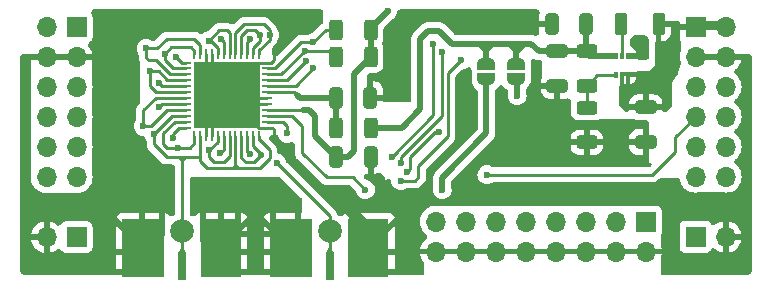
<source format=gbr>
%TF.GenerationSoftware,KiCad,Pcbnew,8.0.6*%
%TF.CreationDate,2024-11-18T23:24:10+07:00*%
%TF.ProjectId,MAX14866_PMOD,4d415831-3438-4363-965f-504d4f442e6b,rev?*%
%TF.SameCoordinates,Original*%
%TF.FileFunction,Copper,L1,Top*%
%TF.FilePolarity,Positive*%
%FSLAX46Y46*%
G04 Gerber Fmt 4.6, Leading zero omitted, Abs format (unit mm)*
G04 Created by KiCad (PCBNEW 8.0.6) date 2024-11-18 23:24:10*
%MOMM*%
%LPD*%
G01*
G04 APERTURE LIST*
G04 Aperture macros list*
%AMRoundRect*
0 Rectangle with rounded corners*
0 $1 Rounding radius*
0 $2 $3 $4 $5 $6 $7 $8 $9 X,Y pos of 4 corners*
0 Add a 4 corners polygon primitive as box body*
4,1,4,$2,$3,$4,$5,$6,$7,$8,$9,$2,$3,0*
0 Add four circle primitives for the rounded corners*
1,1,$1+$1,$2,$3*
1,1,$1+$1,$4,$5*
1,1,$1+$1,$6,$7*
1,1,$1+$1,$8,$9*
0 Add four rect primitives between the rounded corners*
20,1,$1+$1,$2,$3,$4,$5,0*
20,1,$1+$1,$4,$5,$6,$7,0*
20,1,$1+$1,$6,$7,$8,$9,0*
20,1,$1+$1,$8,$9,$2,$3,0*%
%AMFreePoly0*
4,1,19,0.500000,-0.750000,0.000000,-0.750000,0.000000,-0.744911,-0.071157,-0.744911,-0.207708,-0.704816,-0.327430,-0.627875,-0.420627,-0.520320,-0.479746,-0.390866,-0.500000,-0.250000,-0.500000,0.250000,-0.479746,0.390866,-0.420627,0.520320,-0.327430,0.627875,-0.207708,0.704816,-0.071157,0.744911,0.000000,0.744911,0.000000,0.750000,0.500000,0.750000,0.500000,-0.750000,0.500000,-0.750000,
$1*%
%AMFreePoly1*
4,1,19,0.000000,0.744911,0.071157,0.744911,0.207708,0.704816,0.327430,0.627875,0.420627,0.520320,0.479746,0.390866,0.500000,0.250000,0.500000,-0.250000,0.479746,-0.390866,0.420627,-0.520320,0.327430,-0.627875,0.207708,-0.704816,0.071157,-0.744911,0.000000,-0.744911,0.000000,-0.750000,-0.500000,-0.750000,-0.500000,0.750000,0.000000,0.750000,0.000000,0.744911,0.000000,0.744911,
$1*%
G04 Aperture macros list end*
%TA.AperFunction,SMDPad,CuDef*%
%ADD10FreePoly0,90.000000*%
%TD*%
%TA.AperFunction,SMDPad,CuDef*%
%ADD11FreePoly1,90.000000*%
%TD*%
%TA.AperFunction,ComponentPad*%
%ADD12C,2.000000*%
%TD*%
%TA.AperFunction,SMDPad,CuDef*%
%ADD13R,0.700000X2.350000*%
%TD*%
%TA.AperFunction,SMDPad,CuDef*%
%ADD14R,3.600000X4.875000*%
%TD*%
%TA.AperFunction,SMDPad,CuDef*%
%ADD15R,3.500000X4.875000*%
%TD*%
%TA.AperFunction,SMDPad,CuDef*%
%ADD16RoundRect,0.250000X-0.312500X-0.625000X0.312500X-0.625000X0.312500X0.625000X-0.312500X0.625000X0*%
%TD*%
%TA.AperFunction,ComponentPad*%
%ADD17R,1.700000X1.700000*%
%TD*%
%TA.AperFunction,ComponentPad*%
%ADD18O,1.700000X1.700000*%
%TD*%
%TA.AperFunction,SMDPad,CuDef*%
%ADD19RoundRect,0.250000X0.625000X-0.312500X0.625000X0.312500X-0.625000X0.312500X-0.625000X-0.312500X0*%
%TD*%
%TA.AperFunction,SMDPad,CuDef*%
%ADD20R,0.254000X0.812800*%
%TD*%
%TA.AperFunction,SMDPad,CuDef*%
%ADD21R,0.812800X0.254000*%
%TD*%
%TA.AperFunction,SMDPad,CuDef*%
%ADD22R,5.588000X5.588000*%
%TD*%
%TA.AperFunction,SMDPad,CuDef*%
%ADD23RoundRect,0.250000X0.275000X0.700000X-0.275000X0.700000X-0.275000X-0.700000X0.275000X-0.700000X0*%
%TD*%
%TA.AperFunction,SMDPad,CuDef*%
%ADD24RoundRect,0.250000X0.325000X0.650000X-0.325000X0.650000X-0.325000X-0.650000X0.325000X-0.650000X0*%
%TD*%
%TA.AperFunction,SMDPad,CuDef*%
%ADD25R,0.300000X0.475000*%
%TD*%
%TA.AperFunction,SMDPad,CuDef*%
%ADD26RoundRect,0.250000X0.650000X-0.325000X0.650000X0.325000X-0.650000X0.325000X-0.650000X-0.325000X0*%
%TD*%
%TA.AperFunction,SMDPad,CuDef*%
%ADD27RoundRect,0.250000X-0.325000X-0.650000X0.325000X-0.650000X0.325000X0.650000X-0.325000X0.650000X0*%
%TD*%
%TA.AperFunction,ViaPad*%
%ADD28C,0.600000*%
%TD*%
%TA.AperFunction,Conductor*%
%ADD29C,0.500000*%
%TD*%
%TA.AperFunction,Conductor*%
%ADD30C,0.300000*%
%TD*%
%TA.AperFunction,Conductor*%
%ADD31C,0.250000*%
%TD*%
%TA.AperFunction,Conductor*%
%ADD32C,1.000000*%
%TD*%
G04 APERTURE END LIST*
D10*
%TO.P,JP2,1,A*%
%TO.N,Net-(J7-Pin_1)*%
X42500000Y17100000D03*
D11*
%TO.P,JP2,2,B*%
%TO.N,+5V*%
X42500000Y18400000D03*
%TD*%
D10*
%TO.P,JP1,1,A*%
%TO.N,Net-(J6-Pin_1)*%
X40000000Y17100000D03*
D11*
%TO.P,JP1,2,B*%
%TO.N,+5V*%
X40000000Y18400000D03*
%TD*%
D12*
%TO.P,REF\u002A\u002A,1*%
%TO.N,Net-(U2-COM0)*%
X26750000Y4250000D03*
%TD*%
D13*
%TO.P,J3,1,1*%
%TO.N,Net-(U2-COM0)*%
X26750000Y1250000D03*
D14*
%TO.P,J3,2,2*%
%TO.N,GND*%
X23450000Y2812500D03*
D15*
X30000000Y2812500D03*
%TD*%
D16*
%TO.P,R3,1*%
%TO.N,/CLR*%
X27287500Y21250000D03*
%TO.P,R3,2*%
%TO.N,+3.3V*%
X30212500Y21250000D03*
%TD*%
D17*
%TO.P,J7,1,Pin_1*%
%TO.N,Net-(J7-Pin_1)*%
X57710000Y3760000D03*
D18*
%TO.P,J7,2,Pin_2*%
%TO.N,GND*%
X60250000Y3760000D03*
%TD*%
D17*
%TO.P,J2,1,1*%
%TO.N,+3.3V*%
X57710000Y21540000D03*
D18*
%TO.P,J2,2,2*%
X60250000Y21540000D03*
%TO.P,J2,3,3*%
%TO.N,GND*%
X57710000Y19000000D03*
%TO.P,J2,4,4*%
X60250000Y19000000D03*
%TO.P,J2,5,5*%
%TO.N,/SET*%
X57710000Y16460000D03*
%TO.P,J2,6,6*%
%TO.N,/CLR*%
X60250000Y16460000D03*
%TO.P,J2,7,7*%
%TO.N,/\u002ALE*%
X57710000Y13920000D03*
%TO.P,J2,8,8*%
%TO.N,unconnected-(J2-Pad8)*%
X60250000Y13920000D03*
%TO.P,J2,9,9*%
%TO.N,/CLK*%
X57710000Y11380000D03*
%TO.P,J2,10,10*%
%TO.N,unconnected-(J2-Pad10)*%
X60250000Y11380000D03*
%TO.P,J2,11,11*%
%TO.N,/DIN*%
X57710000Y8840000D03*
%TO.P,J2,12,12*%
%TO.N,unconnected-(J2-Pad12)*%
X60250000Y8840000D03*
%TD*%
D19*
%TO.P,R4,1*%
%TO.N,Net-(IC1-FB)*%
X48500000Y16537500D03*
%TO.P,R4,2*%
%TO.N,+5V*%
X48500000Y19462500D03*
%TD*%
D17*
%TO.P,J6,1,Pin_1*%
%TO.N,Net-(J6-Pin_1)*%
X5300000Y3720000D03*
D18*
%TO.P,J6,2,Pin_2*%
%TO.N,GND*%
X2760000Y3720000D03*
%TD*%
D19*
%TO.P,R5,1*%
%TO.N,GND*%
X48500000Y11750000D03*
%TO.P,R5,2*%
%TO.N,Net-(IC1-FB)*%
X48500000Y14675000D03*
%TD*%
D20*
%TO.P,U2,1,COM0*%
%TO.N,Net-(U2-COM0)*%
X20750000Y19204400D03*
%TO.P,U2,2,NO0*%
%TO.N,/TR1*%
X20250001Y19204400D03*
%TO.P,U2,3,COM1*%
%TO.N,Net-(U2-COM1)*%
X19749999Y19204400D03*
%TO.P,U2,4,NO1*%
%TO.N,/TR1*%
X19250000Y19204400D03*
%TO.P,U2,5,COM2*%
%TO.N,Net-(U2-COM0)*%
X18750001Y19204400D03*
%TO.P,U2,6,NO2*%
%TO.N,/TR2*%
X18250000Y19204400D03*
%TO.P,U2,7,COM3*%
%TO.N,Net-(U2-COM1)*%
X17750000Y19204400D03*
%TO.P,U2,8,NO3*%
%TO.N,/TR2*%
X17249999Y19204400D03*
%TO.P,U2,9,GND*%
%TO.N,GND*%
X16750000Y19204400D03*
%TO.P,U2,10,GND*%
X16250001Y19204400D03*
%TO.P,U2,11,COM4*%
%TO.N,Net-(U2-COM0)*%
X15749999Y19204400D03*
%TO.P,U2,12,NO4*%
%TO.N,/TR3*%
X15250000Y19204400D03*
D21*
%TO.P,U2,13,COM5*%
%TO.N,Net-(U2-COM1)*%
X14545600Y18500000D03*
%TO.P,U2,14,NO5*%
%TO.N,/TR3*%
X14545600Y18000001D03*
%TO.P,U2,15,COM6*%
%TO.N,Net-(U2-COM0)*%
X14545600Y17499999D03*
%TO.P,U2,16,NO6*%
%TO.N,/TR4*%
X14545600Y17000000D03*
%TO.P,U2,17,COM7*%
%TO.N,Net-(U2-COM1)*%
X14545600Y16500001D03*
%TO.P,U2,18,NO7*%
%TO.N,/TR4*%
X14545600Y16000000D03*
%TO.P,U2,19,NO8*%
%TO.N,/TR5*%
X14545600Y15500000D03*
%TO.P,U2,20,COM8*%
%TO.N,Net-(U2-COM0)*%
X14545600Y14999999D03*
%TO.P,U2,21,NO9*%
%TO.N,/TR5*%
X14545600Y14500000D03*
%TO.P,U2,22,COM9*%
%TO.N,Net-(U2-COM1)*%
X14545600Y14000001D03*
%TO.P,U2,23,NO10*%
%TO.N,/TR6*%
X14545600Y13499999D03*
%TO.P,U2,24,COM10*%
%TO.N,Net-(U2-COM0)*%
X14545600Y13000000D03*
D20*
%TO.P,U2,25,NO11*%
%TO.N,/TR6*%
X15250000Y12295600D03*
%TO.P,U2,26,COM11*%
%TO.N,Net-(U2-COM1)*%
X15749999Y12295600D03*
%TO.P,U2,27,GND*%
%TO.N,GND*%
X16250001Y12295600D03*
%TO.P,U2,28,GND*%
X16750000Y12295600D03*
%TO.P,U2,29,NO12*%
%TO.N,/TR7*%
X17249999Y12295600D03*
%TO.P,U2,30,COM12*%
%TO.N,Net-(U2-COM0)*%
X17750000Y12295600D03*
%TO.P,U2,31,NO13*%
%TO.N,/TR7*%
X18250000Y12295600D03*
%TO.P,U2,32,COM13*%
%TO.N,Net-(U2-COM1)*%
X18750001Y12295600D03*
%TO.P,U2,33,NO14*%
%TO.N,/TR8*%
X19250000Y12295600D03*
%TO.P,U2,34,COM14*%
%TO.N,Net-(U2-COM0)*%
X19749999Y12295600D03*
%TO.P,U2,35,NO15*%
%TO.N,/TR8*%
X20250001Y12295600D03*
%TO.P,U2,36,COM15*%
%TO.N,Net-(U2-COM1)*%
X20750000Y12295600D03*
D21*
%TO.P,U2,37,GND*%
%TO.N,GND*%
X21454400Y13000000D03*
%TO.P,U2,38,\u002ALE*%
%TO.N,/\u002ALE*%
X21454400Y13499999D03*
%TO.P,U2,39,DOUT*%
%TO.N,/DOUT*%
X21454400Y14000001D03*
%TO.P,U2,40,VDD*%
%TO.N,+3.3V*%
X21454400Y14500000D03*
%TO.P,U2,41,GND*%
%TO.N,GND*%
X21454400Y14999999D03*
%TO.P,U2,42,GND*%
X21454400Y15500000D03*
%TO.P,U2,43,VCC*%
%TO.N,Net-(U2-VCC)*%
X21454400Y16000000D03*
%TO.P,U2,44,DIN*%
%TO.N,/DIN*%
X21454400Y16500001D03*
%TO.P,U2,45,CLK*%
%TO.N,/CLK*%
X21454400Y17000000D03*
%TO.P,U2,46,SET*%
%TO.N,/SET*%
X21454400Y17499999D03*
%TO.P,U2,47,CLR*%
%TO.N,/CLR*%
X21454400Y18000001D03*
%TO.P,U2,48,GND*%
%TO.N,GND*%
X21454400Y18500000D03*
D22*
%TO.P,U2,49,EPAD*%
X18000000Y15750000D03*
%TD*%
D23*
%TO.P,L1,1,1*%
%TO.N,+3.3V*%
X54575000Y21750000D03*
%TO.P,L1,2,2*%
%TO.N,Net-(IC1-SW)*%
X51425000Y21750000D03*
%TD*%
D12*
%TO.P,REF\u002A\u002A,1*%
%TO.N,Net-(U2-COM1)*%
X14250000Y4250000D03*
%TD*%
D24*
%TO.P,C3,1*%
%TO.N,GND*%
X30179400Y15499999D03*
%TO.P,C3,2*%
%TO.N,Net-(U2-VCC)*%
X27229400Y15499999D03*
%TD*%
D17*
%TO.P,J4,1,1*%
%TO.N,+3.3V*%
X5300000Y21500000D03*
D18*
%TO.P,J4,2,2*%
X2760000Y21500000D03*
%TO.P,J4,3,3*%
%TO.N,GND*%
X5300000Y18960000D03*
%TO.P,J4,4,4*%
X2760000Y18960000D03*
%TO.P,J4,5,5*%
%TO.N,/SET*%
X5300000Y16420000D03*
%TO.P,J4,6,6*%
%TO.N,/CLR*%
X2760000Y16420000D03*
%TO.P,J4,7,7*%
%TO.N,/\u002ALE*%
X5300000Y13880000D03*
%TO.P,J4,8,8*%
%TO.N,unconnected-(J4-Pad8)*%
X2760000Y13880000D03*
%TO.P,J4,9,9*%
%TO.N,/CLK*%
X5300000Y11340000D03*
%TO.P,J4,10,10*%
%TO.N,unconnected-(J4-Pad10)*%
X2760000Y11340000D03*
%TO.P,J4,11,11*%
%TO.N,/DOUT*%
X5300000Y8800000D03*
%TO.P,J4,12,12*%
%TO.N,unconnected-(J4-Pad12)*%
X2760000Y8800000D03*
%TD*%
D25*
%TO.P,IC1,1,FB*%
%TO.N,Net-(IC1-FB)*%
X51000000Y17412000D03*
%TO.P,IC1,2,EN*%
%TO.N,+3.3V*%
X51500000Y17412000D03*
%TO.P,IC1,3,VIN*%
X52000000Y17412000D03*
%TO.P,IC1,4,GND*%
%TO.N,GND*%
X52000000Y19088000D03*
%TO.P,IC1,5,SW*%
%TO.N,Net-(IC1-SW)*%
X51500000Y19088000D03*
%TO.P,IC1,6,VOUT*%
%TO.N,+5V*%
X51000000Y19088000D03*
%TD*%
D26*
%TO.P,C6,1*%
%TO.N,GND*%
X46000000Y16525000D03*
%TO.P,C6,2*%
%TO.N,+5V*%
X46000000Y19475000D03*
%TD*%
D13*
%TO.P,J1,1,1*%
%TO.N,Net-(U2-COM1)*%
X14250000Y1250000D03*
D14*
%TO.P,J1,2,2*%
%TO.N,GND*%
X10950000Y2812500D03*
D15*
X17500000Y2812500D03*
%TD*%
D16*
%TO.P,R2,1*%
%TO.N,/SET*%
X27287500Y19000000D03*
%TO.P,R2,2*%
%TO.N,+3.3V*%
X30212500Y19000000D03*
%TD*%
%TO.P,R1,1*%
%TO.N,Net-(U2-VCC)*%
X27287500Y13000000D03*
%TO.P,R1,2*%
%TO.N,+5V*%
X30212500Y13000000D03*
%TD*%
D27*
%TO.P,C5,1*%
%TO.N,GND*%
X45525000Y21750000D03*
%TO.P,C5,2*%
%TO.N,+5V*%
X48475000Y21750000D03*
%TD*%
D24*
%TO.P,C2,1*%
%TO.N,GND*%
X30225000Y10500000D03*
%TO.P,C2,2*%
%TO.N,+3.3V*%
X27275000Y10500000D03*
%TD*%
D17*
%TO.P,J5,1,Pin_1*%
%TO.N,/TR1*%
X53500000Y5040000D03*
D18*
%TO.P,J5,2,Pin_2*%
%TO.N,GND*%
X53500000Y2500000D03*
%TO.P,J5,3,Pin_3*%
%TO.N,/TR2*%
X50960000Y5040000D03*
%TO.P,J5,4,Pin_4*%
%TO.N,GND*%
X50960000Y2500000D03*
%TO.P,J5,5,Pin_5*%
%TO.N,/TR3*%
X48420000Y5040000D03*
%TO.P,J5,6,Pin_6*%
%TO.N,GND*%
X48420000Y2500000D03*
%TO.P,J5,7,Pin_7*%
%TO.N,/TR4*%
X45880000Y5040000D03*
%TO.P,J5,8,Pin_8*%
%TO.N,GND*%
X45880000Y2500000D03*
%TO.P,J5,9,Pin_9*%
%TO.N,/TR5*%
X43340000Y5040000D03*
%TO.P,J5,10,Pin_10*%
%TO.N,GND*%
X43340000Y2500000D03*
%TO.P,J5,11,Pin_11*%
%TO.N,/TR6*%
X40800000Y5040000D03*
%TO.P,J5,12,Pin_12*%
%TO.N,GND*%
X40800000Y2500000D03*
%TO.P,J5,13,Pin_13*%
%TO.N,/TR7*%
X38260000Y5040000D03*
%TO.P,J5,14,Pin_14*%
%TO.N,GND*%
X38260000Y2500000D03*
%TO.P,J5,15,Pin_15*%
%TO.N,/TR8*%
X35720000Y5040000D03*
%TO.P,J5,16,Pin_16*%
%TO.N,GND*%
X35720000Y2500000D03*
%TD*%
D26*
%TO.P,C4,1*%
%TO.N,GND*%
X53500000Y11775000D03*
%TO.P,C4,2*%
%TO.N,+3.3V*%
X53500000Y14725000D03*
%TD*%
D28*
%TO.N,GND*%
X41250000Y15750000D03*
%TO.N,+3.3V*%
X31650000Y22900000D03*
%TO.N,GND*%
X52150000Y10500000D03*
X18200000Y17950000D03*
X20350000Y17950000D03*
X7750000Y17250000D03*
X8000000Y2750000D03*
X8000000Y1500000D03*
X7750000Y18750000D03*
X51150000Y10500000D03*
X5000000Y6500000D03*
X9750000Y21750000D03*
X22250000Y19600000D03*
X25200000Y21850000D03*
X20500000Y4000000D03*
X7750000Y20250000D03*
X15950000Y17950000D03*
X7750000Y21750000D03*
X3500000Y6500000D03*
X23850000Y21850000D03*
X44250000Y16950000D03*
X1000000Y2750000D03*
X55550000Y5550000D03*
X53250000Y19088000D03*
X11500000Y21750000D03*
X50300000Y11750000D03*
X32750000Y1300000D03*
X22600000Y21850000D03*
X31800000Y21450000D03*
X43950000Y21450000D03*
X1000000Y4250000D03*
X16000000Y17050000D03*
X46500000Y14750000D03*
X40150000Y21450000D03*
X13750000Y21750000D03*
X20500000Y5250000D03*
X19300000Y17950000D03*
X33750000Y5500000D03*
X17000000Y17050000D03*
X17000000Y17950000D03*
X43050000Y14050000D03*
X41900000Y21450000D03*
X56000000Y1750000D03*
X33100000Y21450000D03*
X19300000Y17050000D03*
X62000000Y1750000D03*
X56050000Y8300000D03*
X44500000Y12500000D03*
X7750000Y16000000D03*
X23050000Y20950000D03*
X1000000Y1500000D03*
X8000000Y4250000D03*
X32750000Y2500000D03*
X46500000Y11000000D03*
X38250000Y17000000D03*
X31500000Y17000000D03*
X18200000Y17050000D03*
X59000000Y1750000D03*
X1000000Y5750000D03*
X20500000Y2500000D03*
X32750000Y4000000D03*
X20350000Y17050000D03*
X20500000Y1300000D03*
X52750000Y20250000D03*
X33000000Y17000000D03*
%TO.N,Net-(J7-Pin_1)*%
X42600000Y15700000D03*
%TO.N,Net-(J6-Pin_1)*%
X36250000Y7750000D03*
%TO.N,Net-(U2-COM1)*%
X17500000Y20500000D03*
X20000000Y20500000D03*
X13750000Y19000000D03*
X11850000Y12450000D03*
X12250000Y16750000D03*
%TO.N,/DIN*%
X25350000Y18000000D03*
%TO.N,/CLR*%
X32750000Y10000000D03*
X25350000Y20200000D03*
X36200000Y19400000D03*
%TO.N,/\u002ALE*%
X36000000Y12650000D03*
X23150000Y12500000D03*
X33250000Y9250000D03*
X40050000Y9000000D03*
%TO.N,/SET*%
X24600000Y19500000D03*
X35500000Y20100000D03*
X32000000Y10500000D03*
%TO.N,/CLK*%
X24700000Y18600000D03*
X32750000Y8500000D03*
X37850000Y18700000D03*
%TO.N,Net-(U2-COM0)*%
X22250000Y10000000D03*
X17450000Y10800000D03*
X11200000Y19700000D03*
X19950000Y10750000D03*
X13450000Y12150000D03*
X21650000Y20850000D03*
X12250000Y14750000D03*
%TO.N,/DOUT*%
X29750000Y7750000D03*
%TO.N,/TR6*%
X13900000Y11300000D03*
%TO.N,/TR3*%
X12750000Y19250000D03*
%TO.N,/TR4*%
X11500000Y17750000D03*
%TO.N,/TR2*%
X16500000Y20350000D03*
%TO.N,/TR8*%
X20950000Y10700000D03*
%TO.N,/TR5*%
X10950000Y13100000D03*
%TO.N,/TR1*%
X20800000Y20850000D03*
%TO.N,/TR7*%
X16550000Y11100000D03*
%TD*%
D29*
%TO.N,+5V*%
X40500000Y20100000D02*
X40750000Y20100000D01*
X40000000Y19600000D02*
X40500000Y20100000D01*
X40750000Y20100000D02*
X42000000Y20100000D01*
X40000000Y20100000D02*
X40750000Y20100000D01*
X37050000Y20100000D02*
X39500000Y20100000D01*
X40000000Y19500000D02*
X40000000Y20100000D01*
X40000000Y19600000D02*
X39500000Y20100000D01*
X40000000Y18400000D02*
X40000000Y19500000D01*
X39500000Y20100000D02*
X40000000Y20100000D01*
X40000000Y19500000D02*
X40000000Y19600000D01*
X42500000Y19250000D02*
X42500000Y19400000D01*
X42500000Y19250000D02*
X42500000Y19500000D01*
X42500000Y19400000D02*
X43200000Y20100000D01*
X42500000Y18400000D02*
X42500000Y19250000D01*
X42500000Y19500000D02*
X42500000Y19600000D01*
X42500000Y19600000D02*
X42000000Y20100000D01*
X42500000Y19800000D02*
X42800000Y20100000D01*
X42500000Y19500000D02*
X42500000Y19800000D01*
X42500000Y19500000D02*
X42500000Y20100000D01*
X42500000Y20100000D02*
X42800000Y20100000D01*
X42000000Y20100000D02*
X42500000Y20100000D01*
%TO.N,Net-(J7-Pin_1)*%
X42600000Y15700000D02*
X42600000Y17000000D01*
X42600000Y17000000D02*
X42500000Y17100000D01*
%TO.N,Net-(J6-Pin_1)*%
X36250000Y8750000D02*
X36250000Y7750000D01*
X40000000Y12500000D02*
X36250000Y8750000D01*
X40000000Y17100000D02*
X40000000Y12500000D01*
%TO.N,+3.3V*%
X27250000Y10500000D02*
X27275000Y10500000D01*
D30*
X51500000Y16650000D02*
X51500000Y17331000D01*
D31*
X24450000Y14500000D02*
X21454400Y14500000D01*
D29*
X25000000Y14500000D02*
X25500000Y14000000D01*
X30212500Y21250000D02*
X30212500Y19000000D01*
X27275000Y10500000D02*
X28250000Y10500000D01*
X28750000Y11000000D02*
X28750000Y17500000D01*
X28250000Y10500000D02*
X28750000Y11000000D01*
X30212500Y21462500D02*
X30212500Y21250000D01*
X24450000Y14500000D02*
X25000000Y14500000D01*
D30*
X53331000Y17500000D02*
X51669000Y17500000D01*
D31*
X27275000Y10675000D02*
X27275000Y10500000D01*
D29*
X25500000Y14000000D02*
X25500000Y12250000D01*
X30212500Y18962500D02*
X30212500Y19000000D01*
X60250000Y21725000D02*
X57710000Y21725000D01*
X31650000Y22900000D02*
X30212500Y21462500D01*
X28750000Y17500000D02*
X30212500Y18962500D01*
X25500000Y12250000D02*
X27250000Y10500000D01*
%TO.N,GND*%
X19000000Y3656250D02*
X19000000Y7143750D01*
X22243750Y4000000D02*
X18756250Y4000000D01*
D31*
X16750000Y19204400D02*
X16750000Y17000000D01*
X16250001Y19204400D02*
X16250001Y17499999D01*
D29*
X10637500Y2500000D02*
X7150000Y2500000D01*
X34493750Y750000D02*
X31006250Y750000D01*
X17500000Y3312500D02*
X17500000Y6800000D01*
D32*
X30000000Y3262500D02*
X30000000Y4400000D01*
D29*
X22243750Y750000D02*
X18756250Y750000D01*
D31*
X21454400Y14999999D02*
X18750001Y14999999D01*
X21454400Y15500000D02*
X18250000Y15500000D01*
X16250001Y12295600D02*
X16250001Y14000001D01*
D29*
X24050000Y3256250D02*
X24050000Y6743750D01*
D31*
X21454400Y18500000D02*
X21800000Y18500000D01*
X21850000Y13000000D02*
X22000000Y12850000D01*
D29*
X33850000Y2500000D02*
X30956250Y2500000D01*
X9743750Y750000D02*
X6256250Y750000D01*
D31*
X21454400Y13000000D02*
X20750000Y13000000D01*
X20750000Y13000000D02*
X18000000Y15750000D01*
X16750000Y12295600D02*
X16750000Y14500000D01*
D29*
X22243750Y2500000D02*
X18756250Y2500000D01*
D32*
X30000000Y4400000D02*
X27400000Y7000000D01*
D29*
X21900000Y3206250D02*
X21900000Y6693750D01*
D31*
X21800000Y18500000D02*
X22050000Y18750000D01*
X22000000Y12850000D02*
X22000000Y11950000D01*
X22050000Y18750000D02*
X22050000Y19550000D01*
D29*
X52150000Y19088000D02*
X53400000Y19088000D01*
X16000000Y3356250D02*
X16000000Y6843750D01*
X10800000Y7650000D02*
X10800000Y4162500D01*
D32*
X27400000Y7000000D02*
X27350000Y7000000D01*
D31*
X22000000Y11950000D02*
X22600000Y11350000D01*
D29*
X12500000Y7400000D02*
X12500000Y3912500D01*
D31*
X21454400Y13000000D02*
X21850000Y13000000D01*
X19925000Y17675000D02*
X19575000Y17325000D01*
X21454400Y18500000D02*
X20750000Y18500000D01*
X20750000Y18500000D02*
X19925000Y17675000D01*
%TO.N,Net-(U2-VCC)*%
X27229399Y15500000D02*
X27229400Y15499999D01*
D29*
X27287500Y13000000D02*
X27287500Y15441899D01*
D31*
X27287500Y15441899D02*
X27229400Y15499999D01*
X23750000Y16000000D02*
X21454400Y16000000D01*
D29*
X24000000Y15750000D02*
X24250000Y15500000D01*
X24250000Y15500000D02*
X27229399Y15500000D01*
D31*
X24000000Y15750000D02*
X23750000Y16000000D01*
D29*
%TO.N,+5V*%
X30212500Y13000000D02*
X32850000Y13000000D01*
X43200000Y20100000D02*
X43800000Y20100000D01*
X48874500Y19088000D02*
X48500000Y19462500D01*
X44425000Y19475000D02*
X46000000Y19475000D01*
X42800000Y20100000D02*
X43200000Y20100000D01*
X46000000Y19475000D02*
X48487500Y19475000D01*
X35050000Y21150000D02*
X36000000Y21150000D01*
X48475000Y19487500D02*
X48500000Y19462500D01*
X34400000Y14550000D02*
X34400000Y20500000D01*
X48475000Y21750000D02*
X48475000Y19487500D01*
X43800000Y20100000D02*
X44425000Y19475000D01*
X32850000Y13000000D02*
X34400000Y14550000D01*
X50850000Y19088000D02*
X48724500Y19088000D01*
X48487500Y19475000D02*
X48500000Y19462500D01*
X36000000Y21150000D02*
X37050000Y20100000D01*
X34400000Y20500000D02*
X35050000Y21150000D01*
D31*
%TO.N,Net-(IC1-SW)*%
X51500000Y19088000D02*
X51500000Y21675000D01*
X51500000Y21675000D02*
X51425000Y21750000D01*
%TO.N,Net-(IC1-FB)*%
X49374500Y17412000D02*
X48500000Y16537500D01*
X51000000Y17412000D02*
X49374500Y17412000D01*
X48500000Y16537500D02*
X48500000Y14675000D01*
%TO.N,Net-(U2-COM1)*%
X14250000Y10000000D02*
X14250000Y10250001D01*
X14250000Y10250001D02*
X14000000Y10500001D01*
X14250000Y1750000D02*
X14250000Y10000000D01*
X19000000Y9550000D02*
X20800000Y9550000D01*
X14250000Y10250001D02*
X14500000Y10500001D01*
X21650000Y10400000D02*
X21650000Y11100000D01*
X21650000Y11100000D02*
X20752001Y11997999D01*
X13750000Y19000000D02*
X14247999Y18502001D01*
X20752001Y11997999D02*
X20752001Y12295600D01*
X11850000Y11600000D02*
X12949999Y10500001D01*
X14247999Y18502001D02*
X14250000Y18502001D01*
X11850000Y12450000D02*
X11850000Y11600000D01*
X18750001Y9600001D02*
X18750001Y9750000D01*
X18500000Y9550000D02*
X18700000Y9550000D01*
X18750001Y9550000D02*
X19000000Y9550000D01*
X15749999Y10500001D02*
X15749999Y10150001D01*
X19749999Y20249999D02*
X20000000Y20500000D01*
X18750001Y9750000D02*
X18700000Y9750000D01*
X18700000Y9550000D02*
X18750001Y9600001D01*
X15749999Y12295600D02*
X15749999Y11249999D01*
X12499999Y16500001D02*
X12250000Y16750000D01*
X18750001Y9750000D02*
X18800000Y9750000D01*
X20800000Y9550000D02*
X21650000Y10400000D01*
X14545600Y16500001D02*
X12499999Y16500001D01*
X15749999Y11249999D02*
X15749999Y10500001D01*
X17750000Y20250000D02*
X17750000Y19204400D01*
X12949999Y10500001D02*
X14000000Y10500001D01*
X14500000Y10500001D02*
X15749999Y10500001D01*
X17500000Y20500000D02*
X17750000Y20250000D01*
X14250000Y10500001D02*
X14500000Y10500001D01*
X18800000Y9750000D02*
X19000000Y9550000D01*
X14000000Y10500001D02*
X14250000Y10500001D01*
X15749999Y10150001D02*
X16350000Y9550000D01*
X14250000Y18502001D02*
X14252001Y18500000D01*
X18750001Y9750000D02*
X18750001Y12295600D01*
X13400001Y14000001D02*
X14545600Y14000001D01*
X18700000Y9750000D02*
X18500000Y9550000D01*
X11850000Y12450000D02*
X13400001Y14000001D01*
X14250000Y10000000D02*
X14250000Y10500001D01*
X19749999Y19204400D02*
X19749999Y20249999D01*
X16350000Y9550000D02*
X18500000Y9550000D01*
X14252001Y18500000D02*
X14545600Y18500000D01*
%TO.N,/DIN*%
X23850001Y16500001D02*
X21454400Y16500001D01*
X25350000Y18000000D02*
X23850001Y16500001D01*
%TO.N,/CLR*%
X36200000Y13950000D02*
X36200000Y19400000D01*
X25350000Y20200000D02*
X26400000Y21250000D01*
X22100001Y18000001D02*
X21454400Y18000001D01*
X24300000Y20200000D02*
X22100001Y18000001D01*
X26400000Y21250000D02*
X27287500Y21250000D01*
X25350000Y20200000D02*
X24300000Y20200000D01*
X32750000Y10500000D02*
X36200000Y13950000D01*
X32750000Y10000000D02*
X32750000Y10500000D01*
%TO.N,/\u002ALE*%
X23150000Y12500000D02*
X23150000Y13100000D01*
X56000000Y10950000D02*
X56000000Y12210000D01*
X35650000Y12650000D02*
X36000000Y12650000D01*
X33525000Y10525000D02*
X35650000Y12650000D01*
X54050000Y9000000D02*
X56000000Y10950000D01*
X40050000Y9000000D02*
X54050000Y9000000D01*
X33250000Y9250000D02*
X33525000Y9525000D01*
X22750001Y13499999D02*
X21454400Y13499999D01*
X56000000Y12210000D02*
X57710000Y13920000D01*
X33525000Y9525000D02*
X33525000Y10525000D01*
X23150000Y13100000D02*
X22750001Y13499999D01*
%TO.N,/SET*%
X32000000Y10500000D02*
X32000000Y10525000D01*
X24600000Y19500000D02*
X26787500Y19500000D01*
X22599999Y17499999D02*
X21454400Y17499999D01*
X26787500Y19500000D02*
X27287500Y19000000D01*
X35500000Y14025000D02*
X35500000Y20100000D01*
X24600000Y19500000D02*
X22599999Y17499999D01*
X32000000Y10525000D02*
X35500000Y14025000D01*
%TO.N,/CLK*%
X36750000Y17600000D02*
X37850000Y18700000D01*
X24700000Y18600000D02*
X23100000Y17000000D01*
X32750000Y8500000D02*
X33975000Y8500000D01*
X33975000Y8500000D02*
X34250000Y8775000D01*
X36750000Y12250000D02*
X36750000Y17600000D01*
X23100000Y17000000D02*
X21454400Y17000000D01*
X34250000Y8775000D02*
X34250000Y9750000D01*
X34250000Y9750000D02*
X36750000Y12250000D01*
%TO.N,Net-(U2-COM0)*%
X11400000Y18700000D02*
X12050000Y18700000D01*
X11200000Y19700000D02*
X11200000Y18900000D01*
X15250000Y20500000D02*
X15752000Y19998000D01*
X12499999Y14999999D02*
X14545600Y14999999D01*
X13250001Y17499999D02*
X14545600Y17499999D01*
X17750000Y11100000D02*
X17750000Y12295600D01*
X19950000Y10750000D02*
X19749999Y10950001D01*
X21650000Y21250000D02*
X21150000Y21750000D01*
X22250000Y10000000D02*
X26750000Y5500000D01*
X12050000Y18700000D02*
X13250001Y17499999D01*
X21650000Y20850000D02*
X21650000Y20450000D01*
X26750000Y5500000D02*
X26750000Y1700000D01*
X15235800Y20485800D02*
X15250000Y20500000D01*
X11200000Y19700000D02*
X12150000Y19700000D01*
X21650000Y20450000D02*
X20750000Y19550000D01*
X11200000Y18900000D02*
X11400000Y18700000D01*
X12250000Y14750000D02*
X12499999Y14999999D01*
X19749999Y10950001D02*
X19749999Y12295600D01*
X12935800Y20485800D02*
X15235800Y20485800D01*
X12150000Y19700000D02*
X12935800Y20485800D01*
X13450000Y12450000D02*
X14000000Y13000000D01*
X18750001Y21000001D02*
X18750001Y19204400D01*
X20750000Y19206401D02*
X20752001Y19204400D01*
X19500000Y21750000D02*
X18750001Y21000001D01*
X21150000Y21750000D02*
X19500000Y21750000D01*
X17450000Y10800000D02*
X17750000Y11100000D01*
X15752000Y19998000D02*
X15752000Y19204400D01*
X20750000Y19550000D02*
X20750000Y19204400D01*
X21650000Y20850000D02*
X21650000Y21250000D01*
X13450000Y12150000D02*
X13450000Y12450000D01*
X14000000Y13000000D02*
X14545600Y13000000D01*
%TO.N,/DOUT*%
X24400000Y13100000D02*
X23499999Y14000001D01*
X29750000Y7750000D02*
X28725000Y8775000D01*
X26475000Y8775000D02*
X24400000Y10850000D01*
X28725000Y8775000D02*
X26475000Y8775000D01*
X24400000Y10850000D02*
X24400000Y13100000D01*
X23499999Y14000001D02*
X21454400Y14000001D01*
%TO.N,/TR6*%
X12650000Y12500000D02*
X13649999Y13499999D01*
X13900000Y11300000D02*
X12950000Y11300000D01*
X14900000Y11300000D02*
X15250000Y11650000D01*
X12950000Y11300000D02*
X12650000Y11600000D01*
X12650000Y11600000D02*
X12650000Y12500000D01*
X13900000Y11300000D02*
X14900000Y11300000D01*
X13649999Y13499999D02*
X14545600Y13499999D01*
X15250000Y11650000D02*
X15250000Y12295600D01*
%TO.N,/TR3*%
X12750000Y19250000D02*
X12750000Y18750000D01*
X12750000Y19250000D02*
X13300000Y19800000D01*
X13502000Y17998000D02*
X14545600Y17998000D01*
X12750000Y18750000D02*
X13502000Y17998000D01*
X14950000Y19800000D02*
X15250000Y19500000D01*
X15250000Y19500000D02*
X15250000Y19204400D01*
X13300000Y19800000D02*
X14950000Y19800000D01*
%TO.N,/TR4*%
X12000000Y16000000D02*
X14543601Y16000000D01*
X11500000Y16500000D02*
X12000000Y16000000D01*
X11500000Y17750000D02*
X11500000Y16500000D01*
X13000000Y17000000D02*
X14545600Y17000000D01*
X11500000Y17750000D02*
X12250000Y17750000D01*
X12250000Y17750000D02*
X13000000Y17000000D01*
X14543601Y16000000D02*
X14545600Y15998001D01*
%TO.N,/TR2*%
X16500000Y20350000D02*
X17400000Y21250000D01*
X17249999Y19750000D02*
X17249999Y19204400D01*
X17400000Y21250000D02*
X18000000Y21250000D01*
X16649999Y20350000D02*
X17249999Y19750000D01*
X18000000Y21250000D02*
X18250000Y21000000D01*
X18250000Y21000000D02*
X18250000Y19204400D01*
X16500000Y20350000D02*
X16649999Y20350000D01*
%TO.N,/TR8*%
X20300000Y10050000D02*
X19650000Y10050000D01*
X20950000Y10750000D02*
X20250000Y11450000D01*
X20950000Y10700000D02*
X20300000Y10050000D01*
X19250000Y10450000D02*
X19250000Y12295600D01*
X20250000Y11450000D02*
X20250000Y12293601D01*
X20250000Y12293601D02*
X20251999Y12295600D01*
X19650000Y10050000D02*
X19250000Y10450000D01*
X20950000Y10700000D02*
X20950000Y10750000D01*
%TO.N,/TR5*%
X11575000Y13100000D02*
X12975000Y14500000D01*
X12000000Y15500000D02*
X14543601Y15500000D01*
X12975000Y14500000D02*
X14545600Y14500000D01*
X10950000Y13100000D02*
X10950000Y14450000D01*
X10950000Y14450000D02*
X12000000Y15500000D01*
X10950000Y13100000D02*
X11575000Y13100000D01*
X14543601Y15500000D02*
X14545600Y15501999D01*
%TO.N,/TR1*%
X19750000Y21250000D02*
X19250000Y20750000D01*
X19250000Y20750000D02*
X19250000Y19204400D01*
X20800000Y20318750D02*
X20250001Y19768751D01*
X20250001Y19768751D02*
X20250001Y19204400D01*
X20800000Y20850000D02*
X20400000Y21250000D01*
X20400000Y21250000D02*
X19750000Y21250000D01*
X20250000Y19206400D02*
X20248000Y19204400D01*
X20800000Y20850000D02*
X20800000Y20318750D01*
%TO.N,/TR7*%
X16550000Y11100000D02*
X16550000Y10500000D01*
X16550000Y10500000D02*
X16950000Y10100000D01*
X16550000Y11100000D02*
X17250000Y11800000D01*
X17250000Y12295599D02*
X17249999Y12295600D01*
X17250000Y11800000D02*
X17250000Y12295599D01*
X16950000Y10100000D02*
X17800000Y10100000D01*
X18250000Y10550000D02*
X18250000Y12295600D01*
X17800000Y10100000D02*
X18250000Y10550000D01*
%TD*%
%TA.AperFunction,Conductor*%
%TO.N,+3.3V*%
G36*
X56303039Y22030315D02*
G01*
X56348794Y21977511D01*
X56360000Y21926000D01*
X56360000Y21790000D01*
X57276988Y21790000D01*
X57244075Y21732993D01*
X57210000Y21605826D01*
X57210000Y21474174D01*
X57244075Y21347007D01*
X57276988Y21290000D01*
X56360000Y21290000D01*
X56360000Y20642156D01*
X56366401Y20582628D01*
X56366403Y20582621D01*
X56416645Y20447914D01*
X56416649Y20447907D01*
X56500000Y20336567D01*
X56500000Y20000000D01*
X56500000Y19628194D01*
X56488382Y19575790D01*
X56436099Y19463670D01*
X56436094Y19463656D01*
X56374938Y19235414D01*
X56374936Y19235404D01*
X56354341Y19000001D01*
X56354341Y19000000D01*
X56374936Y18764597D01*
X56374938Y18764587D01*
X56436094Y18536345D01*
X56436096Y18536340D01*
X56463177Y18478264D01*
X56473668Y18409186D01*
X56470295Y18392760D01*
X56247250Y17587496D01*
X56234078Y17556799D01*
X56007249Y17178749D01*
X55750000Y16750000D01*
X55750000Y16250000D01*
X55750000Y16249999D01*
X55750000Y14901362D01*
X55730315Y14834323D01*
X55713681Y14813681D01*
X55286319Y14386319D01*
X55224996Y14352834D01*
X55198638Y14350000D01*
X55024000Y14350000D01*
X54956961Y14369685D01*
X54911206Y14422489D01*
X54900000Y14474000D01*
X54900000Y14475000D01*
X52100001Y14475000D01*
X52100001Y14474000D01*
X52080316Y14406961D01*
X52027512Y14361206D01*
X51976001Y14350000D01*
X51801362Y14350000D01*
X51734323Y14369685D01*
X51713681Y14386319D01*
X51286319Y14813681D01*
X51252834Y14875004D01*
X51250000Y14901362D01*
X51250000Y15099987D01*
X52100000Y15099987D01*
X52100000Y14975000D01*
X53250000Y14975000D01*
X53750000Y14975000D01*
X54899999Y14975000D01*
X54899999Y15099972D01*
X54899998Y15099987D01*
X54889505Y15202698D01*
X54834358Y15369120D01*
X54834356Y15369125D01*
X54742315Y15518346D01*
X54618345Y15642316D01*
X54469124Y15734357D01*
X54469119Y15734359D01*
X54302697Y15789506D01*
X54302690Y15789507D01*
X54199986Y15800000D01*
X53750000Y15800000D01*
X53750000Y14975000D01*
X53250000Y14975000D01*
X53250000Y15800000D01*
X52800028Y15800000D01*
X52800012Y15799999D01*
X52697302Y15789506D01*
X52530880Y15734359D01*
X52530875Y15734357D01*
X52381654Y15642316D01*
X52257684Y15518346D01*
X52165643Y15369125D01*
X52165641Y15369120D01*
X52110494Y15202698D01*
X52110493Y15202691D01*
X52100000Y15099987D01*
X51250000Y15099987D01*
X51250000Y16550500D01*
X51269685Y16617539D01*
X51322489Y16663294D01*
X51343327Y16667828D01*
X51365611Y16690112D01*
X51369685Y16703985D01*
X51399686Y16736211D01*
X51451690Y16775141D01*
X51517154Y16799557D01*
X51585426Y16784705D01*
X51634832Y16735300D01*
X51650000Y16675873D01*
X51650000Y16674500D01*
X51697821Y16674500D01*
X51697831Y16674501D01*
X51736742Y16678685D01*
X51763258Y16678685D01*
X51802168Y16674501D01*
X51802179Y16674500D01*
X51850000Y16674500D01*
X52150000Y16674500D01*
X52197828Y16674500D01*
X52197844Y16674501D01*
X52257372Y16680902D01*
X52257379Y16680904D01*
X52392086Y16731146D01*
X52392093Y16731150D01*
X52507187Y16817310D01*
X52507190Y16817313D01*
X52593350Y16932407D01*
X52593354Y16932414D01*
X52643596Y17067121D01*
X52643598Y17067128D01*
X52649999Y17126656D01*
X52650000Y17126673D01*
X52650000Y17262000D01*
X52150000Y17262000D01*
X52150000Y16674500D01*
X51850000Y16674500D01*
X51850000Y17438000D01*
X51869685Y17505039D01*
X51922489Y17550794D01*
X51974000Y17562000D01*
X52650000Y17562000D01*
X52650000Y17626000D01*
X52669685Y17693039D01*
X52722489Y17738794D01*
X52774000Y17750000D01*
X53396445Y17750000D01*
X53396447Y17750000D01*
X53750000Y17750000D01*
X54250000Y18250000D01*
X54250000Y20176002D01*
X54269685Y20243041D01*
X54290922Y20261444D01*
X54288682Y20263683D01*
X54324999Y20300001D01*
X54825000Y20300001D01*
X54899972Y20300001D01*
X54899986Y20300002D01*
X55002697Y20310495D01*
X55169119Y20365642D01*
X55169124Y20365644D01*
X55318345Y20457685D01*
X55442315Y20581655D01*
X55534356Y20730876D01*
X55534358Y20730881D01*
X55589505Y20897303D01*
X55589506Y20897310D01*
X55599999Y21000014D01*
X55600000Y21000027D01*
X55600000Y21500000D01*
X54825000Y21500000D01*
X54825000Y20300001D01*
X54324999Y20300001D01*
X54325000Y20300002D01*
X54325000Y21876000D01*
X54344685Y21943039D01*
X54397489Y21988794D01*
X54449000Y22000000D01*
X55599999Y22000000D01*
X55599999Y22050000D01*
X55899999Y22050000D01*
X56236000Y22050000D01*
X56303039Y22030315D01*
G37*
%TD.AperFunction*%
%TA.AperFunction,Conductor*%
G36*
X59784075Y21732993D02*
G01*
X59750000Y21605826D01*
X59750000Y21474174D01*
X59784075Y21347007D01*
X59816988Y21290000D01*
X58143012Y21290000D01*
X58175925Y21347007D01*
X58210000Y21474174D01*
X58210000Y21605826D01*
X58175925Y21732993D01*
X58143012Y21790000D01*
X59816988Y21790000D01*
X59784075Y21732993D01*
G37*
%TD.AperFunction*%
%TD*%
%TA.AperFunction,Conductor*%
%TO.N,GND*%
G36*
X26046288Y22980546D02*
G01*
X26127070Y22926570D01*
X26181046Y22845788D01*
X26200000Y22750500D01*
X26200000Y22001742D01*
X26181046Y21906454D01*
X26127070Y21825672D01*
X26089339Y21794707D01*
X26001269Y21735860D01*
X25914139Y21648730D01*
X25914138Y21648730D01*
X25322547Y21057140D01*
X25241766Y21003164D01*
X25174360Y20985776D01*
X25170750Y20985370D01*
X25093305Y20958271D01*
X25000478Y20925789D01*
X25000476Y20925789D01*
X25000476Y20925788D01*
X25000470Y20925786D01*
X24901609Y20863666D01*
X24810842Y20829018D01*
X24769133Y20825500D01*
X24238391Y20825500D01*
X24133357Y20804609D01*
X24133358Y20804608D01*
X24117547Y20801463D01*
X24003717Y20754313D01*
X24003711Y20754310D01*
X23910210Y20691833D01*
X23910203Y20691829D01*
X23901269Y20685861D01*
X23901267Y20685859D01*
X22349234Y19133828D01*
X22268453Y19079852D01*
X22173165Y19060898D01*
X22086149Y19076597D01*
X21983105Y19115030D01*
X21900449Y19166089D01*
X21850000Y19236049D01*
X21850000Y19662273D01*
X21868954Y19757561D01*
X21922925Y19838337D01*
X22048729Y19964140D01*
X22048733Y19964142D01*
X22135858Y20051267D01*
X22204311Y20153714D01*
X22251463Y20267548D01*
X22252709Y20273817D01*
X22286091Y20357726D01*
X22375789Y20500478D01*
X22435368Y20670745D01*
X22444621Y20752870D01*
X22455565Y20849997D01*
X22455565Y20850004D01*
X22435369Y21029246D01*
X22435368Y21029255D01*
X22375789Y21199522D01*
X22286092Y21342273D01*
X22252712Y21426175D01*
X22251464Y21432448D01*
X22251462Y21432453D01*
X22204314Y21546282D01*
X22204313Y21546283D01*
X22169394Y21598543D01*
X22169392Y21598545D01*
X22135860Y21648730D01*
X22135859Y21648731D01*
X22135858Y21648733D01*
X22048733Y21735858D01*
X22048729Y21735861D01*
X21635860Y22148730D01*
X21635858Y22148733D01*
X21548733Y22235858D01*
X21490117Y22275024D01*
X21446286Y22304312D01*
X21365792Y22337653D01*
X21365791Y22337654D01*
X21349122Y22344558D01*
X21332452Y22351463D01*
X21232214Y22371401D01*
X21232212Y22371402D01*
X21232208Y22371403D01*
X21211611Y22375500D01*
X21211607Y22375500D01*
X21211606Y22375500D01*
X19561607Y22375500D01*
X19438393Y22375500D01*
X19438388Y22375500D01*
X19417782Y22371401D01*
X19417781Y22371402D01*
X19317551Y22351464D01*
X19317547Y22351463D01*
X19298700Y22343656D01*
X19270397Y22331933D01*
X19270395Y22331933D01*
X19203715Y22304313D01*
X19203715Y22304312D01*
X19203714Y22304311D01*
X19101269Y22235860D01*
X19014139Y22148730D01*
X19014138Y22148730D01*
X18664639Y21799232D01*
X18583858Y21745256D01*
X18488570Y21726302D01*
X18393281Y21745256D01*
X18350257Y21768250D01*
X18347534Y21770069D01*
X18347535Y21770072D01*
X18347506Y21770087D01*
X18296288Y21804311D01*
X18296281Y21804314D01*
X18215792Y21837653D01*
X18215791Y21837654D01*
X18194945Y21846288D01*
X18182452Y21851463D01*
X18080922Y21871658D01*
X18080920Y21871659D01*
X18080915Y21871661D01*
X18061613Y21875500D01*
X18061607Y21875500D01*
X18061606Y21875500D01*
X17461607Y21875500D01*
X17338393Y21875500D01*
X17338386Y21875500D01*
X17319073Y21871658D01*
X17217552Y21851464D01*
X17217546Y21851463D01*
X17103718Y21804314D01*
X17103713Y21804311D01*
X17001269Y21735860D01*
X16914139Y21648730D01*
X16914138Y21648730D01*
X16472547Y21207140D01*
X16391766Y21153164D01*
X16324360Y21135776D01*
X16320750Y21135370D01*
X16265634Y21116084D01*
X16150478Y21075789D01*
X16150476Y21075789D01*
X16150476Y21075788D01*
X16150470Y21075786D01*
X15997738Y20979818D01*
X15986807Y20971099D01*
X15985280Y20973013D01*
X15921522Y20930419D01*
X15826233Y20911474D01*
X15730946Y20930437D01*
X15658696Y20978715D01*
X15658189Y20978096D01*
X15651903Y20983255D01*
X15650195Y20984396D01*
X15648741Y20985850D01*
X15648735Y20985855D01*
X15648733Y20985857D01*
X15546286Y21054312D01*
X15432452Y21101463D01*
X15382996Y21111300D01*
X15311607Y21125500D01*
X15188393Y21125500D01*
X15141055Y21116084D01*
X15092479Y21111300D01*
X12874191Y21111300D01*
X12824737Y21101463D01*
X12824736Y21101464D01*
X12753351Y21087264D01*
X12753346Y21087263D01*
X12726354Y21076082D01*
X12639516Y21040113D01*
X12639508Y21040109D01*
X12602144Y21015142D01*
X12589688Y21006818D01*
X12558307Y20985850D01*
X12539095Y20973013D01*
X12537067Y20971658D01*
X12449942Y20884533D01*
X12449939Y20884530D01*
X12449938Y20884531D01*
X11963841Y20398431D01*
X11883060Y20344454D01*
X11787772Y20325500D01*
X11780867Y20325500D01*
X11685579Y20344454D01*
X11648391Y20363666D01*
X11549529Y20425786D01*
X11549524Y20425788D01*
X11549522Y20425789D01*
X11379255Y20485368D01*
X11379251Y20485369D01*
X11379245Y20485370D01*
X11200004Y20505565D01*
X11199996Y20505565D01*
X11020754Y20485370D01*
X11020746Y20485369D01*
X11020745Y20485368D01*
X10850478Y20425789D01*
X10850476Y20425789D01*
X10850476Y20425788D01*
X10850470Y20425786D01*
X10697742Y20329820D01*
X10570180Y20202258D01*
X10474214Y20049530D01*
X10474211Y20049524D01*
X10474211Y20049522D01*
X10437404Y19944332D01*
X10414632Y19879254D01*
X10414630Y19879246D01*
X10394435Y19700004D01*
X10394435Y19699997D01*
X10414630Y19520755D01*
X10414631Y19520749D01*
X10414632Y19520745D01*
X10474211Y19350478D01*
X10474212Y19350477D01*
X10474212Y19350476D01*
X10481654Y19338633D01*
X10536335Y19251609D01*
X10570982Y19160844D01*
X10574500Y19119134D01*
X10574500Y18961607D01*
X10574500Y18838393D01*
X10581614Y18802627D01*
X10582875Y18796291D01*
X10582876Y18796284D01*
X10598535Y18717555D01*
X10598537Y18717548D01*
X10610613Y18688393D01*
X10610613Y18688391D01*
X10645684Y18603720D01*
X10645687Y18603715D01*
X10645688Y18603714D01*
X10673824Y18561607D01*
X10673825Y18561605D01*
X10696570Y18527565D01*
X10700000Y18519285D01*
X10700000Y18259170D01*
X10700000Y17813372D01*
X10698434Y17785492D01*
X10695290Y17757584D01*
X10694435Y17750000D01*
X10696183Y17734482D01*
X10698434Y17714509D01*
X10700000Y17686628D01*
X10700000Y15187731D01*
X10681046Y15092443D01*
X10627070Y15011661D01*
X10464138Y14848729D01*
X10442537Y14816402D01*
X10442538Y14816401D01*
X10425833Y14791400D01*
X10395688Y14746286D01*
X10366108Y14674872D01*
X10348536Y14632451D01*
X10344745Y14613391D01*
X10326463Y14521475D01*
X10326461Y14521464D01*
X10324500Y14511607D01*
X10324500Y13680867D01*
X10305546Y13585579D01*
X10286334Y13548391D01*
X10224214Y13449530D01*
X10224211Y13449524D01*
X10224211Y13449522D01*
X10180684Y13325127D01*
X10164632Y13279254D01*
X10164630Y13279246D01*
X10144435Y13100004D01*
X10144435Y13099997D01*
X10164630Y12920755D01*
X10164631Y12920749D01*
X10164632Y12920745D01*
X10224211Y12750478D01*
X10224212Y12750477D01*
X10224214Y12750471D01*
X10320180Y12597743D01*
X10320182Y12597741D01*
X10320184Y12597738D01*
X10447738Y12470184D01*
X10447740Y12470183D01*
X10447742Y12470181D01*
X10600470Y12374215D01*
X10600473Y12374214D01*
X10600478Y12374211D01*
X10770745Y12314632D01*
X10905237Y12299479D01*
X10997800Y12269976D01*
X11072030Y12207295D01*
X11112379Y12134291D01*
X11124211Y12100478D01*
X11186335Y12001609D01*
X11220982Y11910844D01*
X11224500Y11869134D01*
X11224500Y11538386D01*
X11228120Y11520185D01*
X11228122Y11520181D01*
X11238278Y11469123D01*
X11238591Y11467549D01*
X11248537Y11417549D01*
X11264090Y11380000D01*
X11295688Y11303713D01*
X11319854Y11267548D01*
X11319855Y11267546D01*
X11351428Y11220294D01*
X11364142Y11201267D01*
X11451267Y11114142D01*
X11451269Y11114141D01*
X12551266Y10014143D01*
X12551269Y10014141D01*
X12653712Y9945690D01*
X12653713Y9945690D01*
X12653714Y9945689D01*
X12720396Y9918069D01*
X12767547Y9898538D01*
X12787596Y9894550D01*
X12888393Y9874500D01*
X13023894Y9874500D01*
X13023914Y9874501D01*
X13375500Y9874501D01*
X13470788Y9855547D01*
X13551570Y9801571D01*
X13605546Y9720789D01*
X13624500Y9625501D01*
X13624500Y5766004D01*
X13605546Y5670716D01*
X13551570Y5589934D01*
X13494011Y5547015D01*
X13439810Y5517683D01*
X13346985Y5489000D01*
X13250250Y5498024D01*
X13164331Y5543379D01*
X13121965Y5587450D01*
X13107189Y5607188D01*
X13107187Y5607190D01*
X12992087Y5693354D01*
X12857378Y5743597D01*
X12857371Y5743599D01*
X12797832Y5750000D01*
X9102167Y5750000D01*
X9042628Y5743599D01*
X9042621Y5743597D01*
X8907912Y5693354D01*
X8792812Y5607190D01*
X8792807Y5607185D01*
X8706647Y5492090D01*
X8684185Y5431869D01*
X11127483Y2988571D01*
X11181459Y2907789D01*
X11200413Y2812501D01*
X11181459Y2717213D01*
X11127545Y2636494D01*
X11126132Y2635080D01*
X11045370Y2581075D01*
X10950088Y2562087D01*
X10854793Y2581007D01*
X10773993Y2634955D01*
X10773930Y2635017D01*
X8650000Y4758947D01*
X8650000Y749500D01*
X8631046Y654212D01*
X8577070Y573430D01*
X8496288Y519454D01*
X8401000Y500500D01*
X1013982Y500500D01*
X986102Y502066D01*
X916727Y509883D01*
X862371Y522290D01*
X809755Y540701D01*
X759519Y564893D01*
X712325Y594547D01*
X668731Y629311D01*
X629310Y668732D01*
X594546Y712326D01*
X564892Y759520D01*
X540701Y809752D01*
X522287Y862378D01*
X509884Y916718D01*
X502064Y986118D01*
X500500Y1013982D01*
X500500Y3970002D01*
X1429363Y3970002D01*
X1429364Y3970000D01*
X2326988Y3970000D01*
X2294075Y3912993D01*
X2260000Y3785826D01*
X2260000Y3654174D01*
X2294075Y3527007D01*
X2326988Y3470000D01*
X1429364Y3470000D01*
X1429363Y3469999D01*
X1486566Y3256517D01*
X1486566Y3256515D01*
X1586399Y3042424D01*
X1721889Y2848924D01*
X1888923Y2681890D01*
X2082423Y2546400D01*
X2296511Y2446569D01*
X2510000Y2389365D01*
X2510000Y3286988D01*
X2567007Y3254075D01*
X2694174Y3220000D01*
X2825826Y3220000D01*
X2952993Y3254075D01*
X3010000Y3286988D01*
X3010000Y2389365D01*
X3223488Y2446569D01*
X3437576Y2546400D01*
X3631079Y2681892D01*
X3635128Y2685289D01*
X3638839Y2687326D01*
X3639983Y2688126D01*
X3640070Y2688001D01*
X3720305Y2732023D01*
X3816882Y2742603D01*
X3910157Y2715420D01*
X3985928Y2654611D01*
X3994907Y2641461D01*
X3995531Y2641927D01*
X4006203Y2627671D01*
X4006204Y2627669D01*
X4092454Y2512454D01*
X4207669Y2426204D01*
X4342517Y2375909D01*
X4402127Y2369500D01*
X6197872Y2369501D01*
X6257483Y2375909D01*
X6392331Y2426204D01*
X6507546Y2512454D01*
X6593796Y2627669D01*
X6644091Y2762517D01*
X6650500Y2822127D01*
X6650499Y4617872D01*
X6644091Y4677483D01*
X6593796Y4812331D01*
X6507546Y4927546D01*
X6392331Y5013796D01*
X6293555Y5050637D01*
X6257481Y5064092D01*
X6197873Y5070500D01*
X4402134Y5070500D01*
X4402130Y5070500D01*
X4402128Y5070499D01*
X4389314Y5069122D01*
X4342519Y5064092D01*
X4342515Y5064091D01*
X4207670Y5013797D01*
X4144633Y4966607D01*
X4092454Y4927546D01*
X4025475Y4838073D01*
X3995531Y4798073D01*
X3992314Y4800482D01*
X3951340Y4751498D01*
X3865231Y4706505D01*
X3768458Y4697890D01*
X3675756Y4726964D01*
X3635137Y4754704D01*
X3631081Y4758107D01*
X3437576Y4893601D01*
X3223484Y4993434D01*
X3010001Y5050637D01*
X3010000Y5050636D01*
X3010000Y4153012D01*
X2952993Y4185925D01*
X2825826Y4220000D01*
X2694174Y4220000D01*
X2567007Y4185925D01*
X2510000Y4153012D01*
X2510000Y5050636D01*
X2509998Y5050637D01*
X2296516Y4993434D01*
X2296505Y4993430D01*
X2082428Y4893604D01*
X2082420Y4893600D01*
X1888923Y4758111D01*
X1721889Y4591077D01*
X1586400Y4397580D01*
X1586396Y4397572D01*
X1486570Y4183495D01*
X1486566Y4183484D01*
X1429363Y3970002D01*
X500500Y3970002D01*
X500500Y19001000D01*
X519454Y19096288D01*
X573430Y19177070D01*
X654212Y19231046D01*
X749500Y19250000D01*
X1275878Y19250000D01*
X1371166Y19231046D01*
X1402664Y19210000D01*
X2326988Y19210000D01*
X2294075Y19152993D01*
X2260000Y19025826D01*
X2260000Y18894174D01*
X2294075Y18767007D01*
X2326988Y18710000D01*
X1429364Y18710000D01*
X1441625Y18664241D01*
X1445867Y18599527D01*
X1450000Y18599527D01*
X1450000Y16781727D01*
X1441516Y16717284D01*
X1424937Y16655408D01*
X1424935Y16655402D01*
X1404341Y16420006D01*
X1404341Y16419995D01*
X1424935Y16184605D01*
X1424938Y16184587D01*
X1441516Y16122717D01*
X1450000Y16058273D01*
X1450000Y14241727D01*
X1441516Y14177284D01*
X1424937Y14115408D01*
X1424935Y14115402D01*
X1404341Y13880006D01*
X1404341Y13879995D01*
X1424935Y13644605D01*
X1424938Y13644587D01*
X1441516Y13582717D01*
X1450000Y13518273D01*
X1450000Y11701727D01*
X1441516Y11637284D01*
X1424937Y11575408D01*
X1424935Y11575402D01*
X1404341Y11340006D01*
X1404341Y11339995D01*
X1424935Y11104605D01*
X1424938Y11104587D01*
X1441516Y11042717D01*
X1450000Y10978273D01*
X1450000Y9132371D01*
X1449080Y9125517D01*
X1424937Y9035412D01*
X1424935Y9035402D01*
X1404341Y8800006D01*
X1404341Y8799995D01*
X1424935Y8564599D01*
X1477621Y8367968D01*
X1486097Y8336337D01*
X1525302Y8252262D01*
X1585965Y8122170D01*
X1721045Y7929255D01*
X1721505Y7928599D01*
X1888599Y7761505D01*
X2082170Y7625965D01*
X2296337Y7526097D01*
X2524592Y7464937D01*
X2524595Y7464937D01*
X2524598Y7464936D01*
X2759995Y7444341D01*
X2760000Y7444341D01*
X2760005Y7444341D01*
X2824686Y7450000D01*
X3240611Y7450000D01*
X5224452Y7450000D01*
X5246152Y7449053D01*
X5265999Y7447316D01*
X5299997Y7444341D01*
X5300000Y7444341D01*
X5300005Y7444341D01*
X5535401Y7464936D01*
X5535403Y7464937D01*
X5535408Y7464937D01*
X5763663Y7526097D01*
X5977830Y7625965D01*
X6171401Y7761505D01*
X6338495Y7928599D01*
X6474035Y8122170D01*
X6573903Y8336337D01*
X6635063Y8564592D01*
X6635064Y8564599D01*
X6655659Y8799995D01*
X6655659Y8800006D01*
X6635064Y9035402D01*
X6635063Y9035404D01*
X6635063Y9035408D01*
X6616284Y9105493D01*
X6608484Y9134606D01*
X6600000Y9199049D01*
X6600000Y10940953D01*
X6608484Y11005398D01*
X6611283Y11015844D01*
X6635063Y11104592D01*
X6645667Y11225789D01*
X6655659Y11339995D01*
X6655659Y11340006D01*
X6635064Y11575402D01*
X6635063Y11575404D01*
X6635063Y11575408D01*
X6618484Y11637284D01*
X6608484Y11674606D01*
X6600000Y11739049D01*
X6600000Y13480953D01*
X6608484Y13545398D01*
X6616837Y13576571D01*
X6635063Y13644592D01*
X6641239Y13715186D01*
X6655659Y13879995D01*
X6655659Y13880006D01*
X6635064Y14115402D01*
X6635063Y14115404D01*
X6635063Y14115408D01*
X6614833Y14190910D01*
X6608484Y14214606D01*
X6600000Y14279049D01*
X6600000Y16020953D01*
X6608484Y16085398D01*
X6612736Y16101267D01*
X6635063Y16184592D01*
X6642488Y16269454D01*
X6655659Y16419995D01*
X6655659Y16420006D01*
X6635064Y16655402D01*
X6635063Y16655404D01*
X6635063Y16655408D01*
X6613875Y16734484D01*
X6608484Y16754606D01*
X6600000Y16819049D01*
X6600000Y18204907D01*
X6600000Y18595666D01*
X6630636Y18709999D01*
X6630636Y18710000D01*
X5733012Y18710000D01*
X5765925Y18767007D01*
X5800000Y18894174D01*
X5800000Y19025826D01*
X5765925Y19152993D01*
X5733012Y19210000D01*
X6630636Y19210000D01*
X6630636Y19210002D01*
X6573433Y19423484D01*
X6573429Y19423495D01*
X6473603Y19637572D01*
X6473599Y19637580D01*
X6338106Y19831082D01*
X6334704Y19835137D01*
X6332665Y19838853D01*
X6331874Y19839983D01*
X6331997Y19840070D01*
X6287974Y19920315D01*
X6277398Y20016893D01*
X6304585Y20110166D01*
X6365397Y20185936D01*
X6378540Y20194907D01*
X6378073Y20195531D01*
X6392329Y20206204D01*
X6392331Y20206204D01*
X6507546Y20292454D01*
X6593796Y20407669D01*
X6644091Y20542517D01*
X6650500Y20602127D01*
X6650499Y22397872D01*
X6644091Y22457483D01*
X6593796Y22592331D01*
X6587097Y22601280D01*
X6545167Y22688921D01*
X6539967Y22785937D01*
X6572289Y22877558D01*
X6637212Y22949835D01*
X6724853Y22991765D01*
X6786432Y22999500D01*
X25951000Y22999500D01*
X26046288Y22980546D01*
G37*
%TD.AperFunction*%
%TA.AperFunction,Conductor*%
G36*
X24332587Y7032823D02*
G01*
X24350000Y7006763D01*
X24350000Y5950000D01*
X24438114Y5950000D01*
X24428907Y5903712D01*
X24374931Y5822930D01*
X24294149Y5768954D01*
X24198861Y5750000D01*
X21602167Y5750000D01*
X21542628Y5743599D01*
X21542621Y5743597D01*
X21407912Y5693354D01*
X21292812Y5607190D01*
X21292807Y5607185D01*
X21206647Y5492090D01*
X21184185Y5431869D01*
X23627483Y2988571D01*
X23681459Y2907789D01*
X23700413Y2812501D01*
X23681459Y2717213D01*
X23627545Y2636494D01*
X23626132Y2635080D01*
X23545370Y2581075D01*
X23450088Y2562087D01*
X23354793Y2581007D01*
X23273993Y2634955D01*
X23273930Y2635017D01*
X21150000Y4758947D01*
X21150000Y749500D01*
X21131046Y654212D01*
X21077070Y573430D01*
X20996288Y519454D01*
X20901000Y500500D01*
X19999000Y500500D01*
X19903712Y519454D01*
X19822930Y573430D01*
X19768954Y654212D01*
X19750000Y749500D01*
X19750000Y4708947D01*
X19749999Y4708947D01*
X17676070Y2635017D01*
X17595288Y2581041D01*
X17500000Y2562087D01*
X17404712Y2581041D01*
X17323930Y2635017D01*
X17322516Y2636431D01*
X17268540Y2717213D01*
X17249586Y2812501D01*
X17268540Y2907789D01*
X17322516Y2988571D01*
X19729396Y5395452D01*
X19693353Y5492088D01*
X19607189Y5607188D01*
X19607187Y5607190D01*
X19492087Y5693354D01*
X19357378Y5743597D01*
X19357371Y5743599D01*
X19297832Y5750000D01*
X15702167Y5750000D01*
X15642628Y5743599D01*
X15642621Y5743597D01*
X15507912Y5693354D01*
X15392812Y5607190D01*
X15392806Y5607184D01*
X15378031Y5587447D01*
X15305752Y5522525D01*
X15214130Y5490206D01*
X15117114Y5495408D01*
X15060188Y5517684D01*
X15005988Y5547016D01*
X14931206Y5609038D01*
X14885851Y5694957D01*
X14875500Y5766004D01*
X14875500Y8601000D01*
X14894454Y8696288D01*
X14948430Y8777070D01*
X15029212Y8831046D01*
X15124500Y8850000D01*
X22154888Y8850000D01*
X22515410Y8850000D01*
X24332587Y7032823D01*
G37*
%TD.AperFunction*%
%TA.AperFunction,Conductor*%
G36*
X62345788Y19231046D02*
G01*
X62426570Y19177070D01*
X62480546Y19096288D01*
X62499500Y19001000D01*
X62499500Y1013982D01*
X62497934Y986101D01*
X62490117Y916728D01*
X62477710Y862370D01*
X62459300Y809757D01*
X62435107Y759520D01*
X62405453Y712326D01*
X62370689Y668732D01*
X62331268Y629311D01*
X62287674Y594547D01*
X62240480Y564893D01*
X62190243Y540700D01*
X62137630Y522290D01*
X62083272Y509883D01*
X62047446Y505847D01*
X62013897Y502066D01*
X61986018Y500500D01*
X54999000Y500500D01*
X54903712Y519454D01*
X54822930Y573430D01*
X54768954Y654212D01*
X54750000Y749500D01*
X54750000Y1500000D01*
X54750000Y1986263D01*
X54773431Y2036510D01*
X54773433Y2036517D01*
X54830636Y2249999D01*
X54830636Y2250000D01*
X53933012Y2250000D01*
X53965925Y2307007D01*
X54000000Y2434174D01*
X54000000Y2565826D01*
X53965925Y2692993D01*
X53933012Y2750000D01*
X54830636Y2750000D01*
X54830636Y2750002D01*
X54773433Y2963484D01*
X54773433Y2963486D01*
X54764458Y2982732D01*
X54750000Y3041816D01*
X54750000Y3806290D01*
X54768954Y3901578D01*
X54786053Y3931603D01*
X54785260Y3932036D01*
X54793794Y3947666D01*
X54793794Y3947667D01*
X54793796Y3947669D01*
X54844091Y4082517D01*
X54850500Y4142127D01*
X54850500Y4657877D01*
X56359500Y4657877D01*
X56359500Y2862135D01*
X56359501Y2862131D01*
X56365908Y2802520D01*
X56365909Y2802516D01*
X56416203Y2667671D01*
X56416204Y2667669D01*
X56502454Y2552454D01*
X56617669Y2466204D01*
X56752517Y2415909D01*
X56812127Y2409500D01*
X58607872Y2409501D01*
X58667483Y2415909D01*
X58802331Y2466204D01*
X58917546Y2552454D01*
X59003796Y2667669D01*
X59003796Y2667671D01*
X59014469Y2681927D01*
X59017692Y2679515D01*
X59058534Y2728403D01*
X59144614Y2773451D01*
X59241381Y2782128D01*
X59334102Y2753114D01*
X59374863Y2725296D01*
X59378918Y2721894D01*
X59572423Y2586400D01*
X59786511Y2486569D01*
X60000000Y2429365D01*
X60000000Y3326988D01*
X60057007Y3294075D01*
X60184174Y3260000D01*
X60315826Y3260000D01*
X60442993Y3294075D01*
X60500000Y3326988D01*
X60500000Y2429365D01*
X60713488Y2486569D01*
X60927576Y2586400D01*
X61121076Y2721890D01*
X61288110Y2888924D01*
X61423600Y3082424D01*
X61523433Y3296515D01*
X61523433Y3296517D01*
X61580636Y3509999D01*
X61580636Y3510000D01*
X60683012Y3510000D01*
X60715925Y3567007D01*
X60750000Y3694174D01*
X60750000Y3825826D01*
X60715925Y3952993D01*
X60683012Y4010000D01*
X61580636Y4010000D01*
X61580636Y4010002D01*
X61523433Y4223484D01*
X61523429Y4223495D01*
X61423603Y4437572D01*
X61423599Y4437580D01*
X61288110Y4631077D01*
X61121076Y4798111D01*
X60927576Y4933601D01*
X60713484Y5033434D01*
X60500001Y5090637D01*
X60500000Y5090636D01*
X60500000Y4193012D01*
X60442993Y4225925D01*
X60315826Y4260000D01*
X60184174Y4260000D01*
X60057007Y4225925D01*
X60000000Y4193012D01*
X60000000Y5090636D01*
X59999998Y5090637D01*
X59786516Y5033434D01*
X59786505Y5033430D01*
X59572428Y4933604D01*
X59572420Y4933600D01*
X59378909Y4798101D01*
X59374854Y4794698D01*
X59371142Y4792662D01*
X59370017Y4791874D01*
X59369930Y4791998D01*
X59289674Y4747972D01*
X59193095Y4737400D01*
X59099823Y4764591D01*
X59024057Y4825407D01*
X59015092Y4838540D01*
X59014469Y4838073D01*
X59003796Y4852330D01*
X59003796Y4852331D01*
X58917546Y4967546D01*
X58802331Y5053796D01*
X58703555Y5090637D01*
X58667481Y5104092D01*
X58607873Y5110500D01*
X56812134Y5110500D01*
X56812130Y5110500D01*
X56812128Y5110499D01*
X56799314Y5109122D01*
X56752519Y5104092D01*
X56752515Y5104091D01*
X56617670Y5053797D01*
X56502455Y4967547D01*
X56502453Y4967545D01*
X56416204Y4852331D01*
X56365908Y4717482D01*
X56359500Y4657877D01*
X54850500Y4657877D01*
X54850499Y5937872D01*
X54844091Y5997483D01*
X54793796Y6132331D01*
X54707546Y6247546D01*
X54592331Y6333796D01*
X54506795Y6365699D01*
X54457481Y6384092D01*
X54397873Y6390500D01*
X52602134Y6390500D01*
X52602130Y6390500D01*
X52602128Y6390499D01*
X52589314Y6389122D01*
X52542519Y6384092D01*
X52542517Y6384091D01*
X52493203Y6365699D01*
X52406191Y6350000D01*
X51321727Y6350000D01*
X51257284Y6358484D01*
X51219408Y6368633D01*
X51195408Y6375063D01*
X51195406Y6375064D01*
X51195401Y6375065D01*
X50960005Y6395659D01*
X50959995Y6395659D01*
X50724598Y6375065D01*
X50724592Y6375063D01*
X50662716Y6358484D01*
X50598273Y6350000D01*
X48781727Y6350000D01*
X48717284Y6358484D01*
X48679408Y6368633D01*
X48655408Y6375063D01*
X48655406Y6375064D01*
X48655401Y6375065D01*
X48420005Y6395659D01*
X48419995Y6395659D01*
X48184598Y6375065D01*
X48184592Y6375063D01*
X48122716Y6358484D01*
X48058273Y6350000D01*
X46241727Y6350000D01*
X46177284Y6358484D01*
X46139408Y6368633D01*
X46115408Y6375063D01*
X46115406Y6375064D01*
X46115401Y6375065D01*
X45880005Y6395659D01*
X45879995Y6395659D01*
X45644598Y6375065D01*
X45644592Y6375063D01*
X45582716Y6358484D01*
X45518273Y6350000D01*
X43701727Y6350000D01*
X43637284Y6358484D01*
X43599408Y6368633D01*
X43575408Y6375063D01*
X43575406Y6375064D01*
X43575401Y6375065D01*
X43340005Y6395659D01*
X43339995Y6395659D01*
X43104598Y6375065D01*
X43104592Y6375063D01*
X43042716Y6358484D01*
X42978273Y6350000D01*
X41161727Y6350000D01*
X41097284Y6358484D01*
X41059408Y6368633D01*
X41035408Y6375063D01*
X41035406Y6375064D01*
X41035401Y6375065D01*
X40800005Y6395659D01*
X40799995Y6395659D01*
X40564598Y6375065D01*
X40564592Y6375063D01*
X40502716Y6358484D01*
X40438273Y6350000D01*
X38621727Y6350000D01*
X38557284Y6358484D01*
X38519408Y6368633D01*
X38495408Y6375063D01*
X38495406Y6375064D01*
X38495401Y6375065D01*
X38260005Y6395659D01*
X38259995Y6395659D01*
X38024598Y6375065D01*
X38024592Y6375063D01*
X37962716Y6358484D01*
X37898273Y6350000D01*
X36081727Y6350000D01*
X36017284Y6358484D01*
X35979408Y6368633D01*
X35955408Y6375063D01*
X35955406Y6375064D01*
X35955401Y6375065D01*
X35720005Y6395659D01*
X35719995Y6395659D01*
X35484598Y6375065D01*
X35256335Y6313903D01*
X35256333Y6313902D01*
X35042177Y6214039D01*
X35042169Y6214035D01*
X34848600Y6078496D01*
X34681504Y5911400D01*
X34545968Y5717833D01*
X34545961Y5717823D01*
X34446098Y5503667D01*
X34446097Y5503665D01*
X34384935Y5275402D01*
X34364341Y5040006D01*
X34364341Y5039995D01*
X34384935Y4804599D01*
X34434967Y4617873D01*
X34446097Y4576337D01*
X34529453Y4397580D01*
X34545965Y4362170D01*
X34645513Y4220000D01*
X34681505Y4168599D01*
X34848599Y4001505D01*
X34888362Y3973662D01*
X34955544Y3903483D01*
X34990757Y3812933D01*
X34988638Y3715802D01*
X34949509Y3626874D01*
X34888364Y3565728D01*
X34848923Y3538111D01*
X34681889Y3371077D01*
X34546400Y3177580D01*
X34546396Y3177572D01*
X34446570Y2963495D01*
X34446566Y2963484D01*
X34389363Y2750002D01*
X34389364Y2750000D01*
X35286988Y2750000D01*
X35254075Y2692993D01*
X35220000Y2565826D01*
X35220000Y2434174D01*
X35254075Y2307007D01*
X35286988Y2250000D01*
X34389364Y2250000D01*
X34389363Y2249999D01*
X34446566Y2036517D01*
X34446566Y2036515D01*
X34546399Y1822424D01*
X34681889Y1628924D01*
X34685366Y1625447D01*
X34687555Y1622170D01*
X34688878Y1620594D01*
X34688705Y1620450D01*
X34739342Y1544665D01*
X34750000Y1491084D01*
X34750000Y1407671D01*
X34750000Y749500D01*
X34731046Y654212D01*
X34677070Y573430D01*
X34596288Y519454D01*
X34501000Y500500D01*
X32499000Y500500D01*
X32403712Y519454D01*
X32322930Y573430D01*
X32268954Y654212D01*
X32250000Y749500D01*
X32250000Y4708947D01*
X32249999Y4708947D01*
X30176070Y2635017D01*
X30095288Y2581041D01*
X30000000Y2562087D01*
X29904712Y2581041D01*
X29823930Y2635017D01*
X29822516Y2636431D01*
X29768540Y2717213D01*
X29749586Y2812501D01*
X29768540Y2907789D01*
X29822516Y2988571D01*
X32229396Y5395452D01*
X32193353Y5492088D01*
X32107189Y5607188D01*
X32107187Y5607190D01*
X31992087Y5693354D01*
X31857378Y5743597D01*
X31857371Y5743599D01*
X31797832Y5750000D01*
X28202167Y5750000D01*
X28142628Y5743599D01*
X28142621Y5743597D01*
X28007912Y5693354D01*
X27892812Y5607190D01*
X27892806Y5607184D01*
X27878031Y5587447D01*
X27805752Y5522525D01*
X27714130Y5490206D01*
X27617114Y5495408D01*
X27560188Y5517683D01*
X27456841Y5573612D01*
X27382059Y5635634D01*
X27345308Y5697311D01*
X27336809Y5717829D01*
X27336807Y5717833D01*
X27323483Y5750000D01*
X27304312Y5796286D01*
X27286508Y5822930D01*
X27270084Y5847510D01*
X27270082Y5847513D01*
X27235860Y5898730D01*
X27235858Y5898733D01*
X27148733Y5985858D01*
X27148729Y5985861D01*
X23107139Y10027451D01*
X23053163Y10108233D01*
X23035774Y10175651D01*
X23035368Y10179255D01*
X22975789Y10349522D01*
X22975786Y10349527D01*
X22975785Y10349530D01*
X22879819Y10502258D01*
X22879817Y10502260D01*
X22879816Y10502262D01*
X22752262Y10629816D01*
X22752259Y10629818D01*
X22752257Y10629820D01*
X22599529Y10725786D01*
X22599524Y10725788D01*
X22599522Y10725789D01*
X22442258Y10780818D01*
X22358579Y10830180D01*
X22300158Y10907807D01*
X22275892Y11001883D01*
X22275500Y11015844D01*
X22275500Y11161601D01*
X22275500Y11161606D01*
X22272736Y11175500D01*
X22252099Y11279255D01*
X22251463Y11282452D01*
X22211057Y11380000D01*
X22204313Y11396282D01*
X22204310Y11396287D01*
X22135858Y11498733D01*
X22048733Y11585858D01*
X22048732Y11585859D01*
X21686661Y11947930D01*
X21632685Y12028712D01*
X21613731Y12124000D01*
X21632685Y12219288D01*
X21686661Y12300070D01*
X21767443Y12354046D01*
X21862731Y12373000D01*
X21908625Y12373000D01*
X21908632Y12373001D01*
X21968171Y12379402D01*
X21968178Y12379404D01*
X22062597Y12414620D01*
X22158501Y12430161D01*
X22253052Y12407819D01*
X22331856Y12350994D01*
X22382915Y12268338D01*
X22384627Y12263601D01*
X22424211Y12150478D01*
X22424213Y12150475D01*
X22424214Y12150471D01*
X22520180Y11997743D01*
X22520182Y11997741D01*
X22520184Y11997738D01*
X22647738Y11870184D01*
X22647740Y11870183D01*
X22647742Y11870181D01*
X22800470Y11774215D01*
X22800473Y11774214D01*
X22800478Y11774211D01*
X22970745Y11714632D01*
X22970754Y11714631D01*
X23149996Y11694435D01*
X23150000Y11694435D01*
X23150004Y11694435D01*
X23289908Y11710199D01*
X23329255Y11714632D01*
X23443264Y11754526D01*
X23539461Y11768106D01*
X23633536Y11743840D01*
X23711164Y11685419D01*
X23760527Y11601738D01*
X23774500Y11519498D01*
X23774500Y10788394D01*
X23784801Y10736605D01*
X23784800Y10736605D01*
X23798535Y10667555D01*
X23798538Y10667544D01*
X23804267Y10653714D01*
X23808082Y10644505D01*
X23845688Y10553714D01*
X23845689Y10553712D01*
X23869854Y10517548D01*
X23869855Y10517546D01*
X23881579Y10500000D01*
X23914142Y10451267D01*
X24001267Y10364142D01*
X24001270Y10364140D01*
X25989139Y8376271D01*
X25989142Y8376267D01*
X26076267Y8289142D01*
X26127486Y8254919D01*
X26127489Y8254916D01*
X26127490Y8254916D01*
X26178714Y8220688D01*
X26242093Y8194437D01*
X26242096Y8194434D01*
X26287934Y8175448D01*
X26292548Y8173537D01*
X26349454Y8162218D01*
X26413393Y8149500D01*
X26413394Y8149500D01*
X28362770Y8149500D01*
X28458058Y8130546D01*
X28538840Y8076570D01*
X28892860Y7722550D01*
X28946836Y7641768D01*
X28964224Y7574361D01*
X28964630Y7570753D01*
X28964631Y7570749D01*
X28964632Y7570745D01*
X29024211Y7400478D01*
X29024212Y7400477D01*
X29024214Y7400471D01*
X29120180Y7247743D01*
X29120182Y7247741D01*
X29120184Y7247738D01*
X29247738Y7120184D01*
X29247740Y7120183D01*
X29247742Y7120181D01*
X29400470Y7024215D01*
X29400473Y7024214D01*
X29400478Y7024211D01*
X29570745Y6964632D01*
X29570754Y6964631D01*
X29749996Y6944435D01*
X29750000Y6944435D01*
X29750004Y6944435D01*
X29889908Y6960199D01*
X29929255Y6964632D01*
X30099522Y7024211D01*
X30099527Y7024215D01*
X30099529Y7024215D01*
X30252257Y7120181D01*
X30252256Y7120181D01*
X30252262Y7120184D01*
X30379816Y7247738D01*
X30475789Y7400478D01*
X30535368Y7570745D01*
X30546097Y7665966D01*
X30555565Y7749997D01*
X30555565Y7750004D01*
X30535369Y7929246D01*
X30535368Y7929255D01*
X30475789Y8099522D01*
X30475786Y8099527D01*
X30475785Y8099530D01*
X30379819Y8252258D01*
X30379817Y8252260D01*
X30379816Y8252262D01*
X30252262Y8379816D01*
X30252259Y8379818D01*
X30252257Y8379820D01*
X30099529Y8475786D01*
X30099524Y8475788D01*
X30099522Y8475789D01*
X29929255Y8535368D01*
X29929251Y8535369D01*
X29929247Y8535370D01*
X29925639Y8535776D01*
X29921028Y8537246D01*
X29915616Y8538481D01*
X29915720Y8538938D01*
X29833073Y8565280D01*
X29777450Y8607140D01*
X29709659Y8674931D01*
X29655683Y8755713D01*
X29636729Y8851001D01*
X29655683Y8946289D01*
X29709659Y9027071D01*
X29790441Y9081047D01*
X29885728Y9100001D01*
X29975000Y9100002D01*
X29975000Y10501000D01*
X29993954Y10596288D01*
X30047930Y10677070D01*
X30128712Y10731046D01*
X30224000Y10750000D01*
X30226000Y10750000D01*
X30321288Y10731046D01*
X30402070Y10677070D01*
X30456046Y10596288D01*
X30475000Y10501000D01*
X30475000Y9100002D01*
X30475001Y9100001D01*
X30599968Y9100001D01*
X30599984Y9100002D01*
X30702699Y9110495D01*
X30702702Y9110496D01*
X30817969Y9148691D01*
X30828503Y9150000D01*
X30996860Y9150000D01*
X31092148Y9131046D01*
X31172930Y9077070D01*
X31327070Y8922930D01*
X31381046Y8842148D01*
X31400000Y8746860D01*
X31400000Y8550000D01*
X31600000Y8500000D01*
X31581392Y8588387D01*
X31616516Y8610915D01*
X31712143Y8628080D01*
X31807059Y8607345D01*
X31886815Y8551864D01*
X31939269Y8470086D01*
X31954912Y8407004D01*
X31964630Y8320754D01*
X31964631Y8320749D01*
X31964632Y8320745D01*
X32024211Y8150478D01*
X32024212Y8150477D01*
X32024214Y8150471D01*
X32120180Y7997743D01*
X32120182Y7997741D01*
X32120184Y7997738D01*
X32247738Y7870184D01*
X32247740Y7870183D01*
X32247742Y7870181D01*
X32400470Y7774215D01*
X32400473Y7774214D01*
X32400478Y7774211D01*
X32570745Y7714632D01*
X32570754Y7714631D01*
X32749996Y7694435D01*
X32750000Y7694435D01*
X32750004Y7694435D01*
X32889908Y7710199D01*
X32929255Y7714632D01*
X33099522Y7774211D01*
X33099527Y7774215D01*
X33099529Y7774215D01*
X33198391Y7836334D01*
X33289158Y7870982D01*
X33330867Y7874500D01*
X34036606Y7874500D01*
X34036607Y7874500D01*
X34100978Y7887304D01*
X34157452Y7898537D01*
X34193257Y7913368D01*
X34271286Y7945688D01*
X34322509Y7979916D01*
X34373733Y8014142D01*
X34460858Y8101267D01*
X34460858Y8101269D01*
X34481358Y8121768D01*
X34481362Y8121773D01*
X34521808Y8162219D01*
X34735858Y8376267D01*
X34804312Y8478715D01*
X34851463Y8592549D01*
X34853859Y8604592D01*
X34875500Y8713394D01*
X34875500Y9387771D01*
X34894454Y9483059D01*
X34948428Y9563839D01*
X37148729Y11764140D01*
X37148733Y11764142D01*
X37235858Y11851267D01*
X37292737Y11936392D01*
X37304312Y11953715D01*
X37343588Y12048537D01*
X37351463Y12067548D01*
X37375500Y12188394D01*
X37375500Y17237772D01*
X37394454Y17333060D01*
X37448428Y17413839D01*
X37877451Y17842863D01*
X37958230Y17896837D01*
X38025643Y17914226D01*
X38029255Y17914632D01*
X38199522Y17974211D01*
X38199527Y17974215D01*
X38199529Y17974215D01*
X38364102Y18077623D01*
X38366108Y18074429D01*
X38428136Y18106517D01*
X38524942Y18114738D01*
X38617526Y18085287D01*
X38691791Y18022647D01*
X38736432Y17936355D01*
X38745569Y17885051D01*
X38749644Y17828063D01*
X38749645Y17828056D01*
X38752943Y17816826D01*
X38761601Y17720057D01*
X38760494Y17711246D01*
X38747808Y17623010D01*
X38744500Y17600000D01*
X38744500Y17028111D01*
X38764976Y16885696D01*
X38805483Y16747741D01*
X38805484Y16747739D01*
X38805486Y16747733D01*
X38865251Y16616866D01*
X38865253Y16616863D01*
X38935743Y16507178D01*
X38937386Y16504290D01*
X38942984Y16495908D01*
X38966197Y16469119D01*
X39037209Y16387168D01*
X39145870Y16293014D01*
X39145872Y16293013D01*
X39149714Y16290137D01*
X39151550Y16288093D01*
X39152591Y16287191D01*
X39152477Y16287061D01*
X39214640Y16217862D01*
X39246964Y16126242D01*
X39249500Y16090798D01*
X39249500Y12914008D01*
X39230546Y12818720D01*
X39176570Y12737938D01*
X35667046Y9228414D01*
X35630512Y9173735D01*
X35630511Y9173733D01*
X35584917Y9105497D01*
X35584915Y9105493D01*
X35528341Y8968912D01*
X35499500Y8823921D01*
X35499500Y8071210D01*
X35485527Y7988971D01*
X35464633Y7929260D01*
X35464630Y7929250D01*
X35444435Y7750003D01*
X35444435Y7749997D01*
X35464630Y7570755D01*
X35464631Y7570749D01*
X35464632Y7570745D01*
X35524211Y7400478D01*
X35524212Y7400477D01*
X35524214Y7400471D01*
X35620180Y7247743D01*
X35620182Y7247741D01*
X35620184Y7247738D01*
X35747738Y7120184D01*
X35747740Y7120183D01*
X35747742Y7120181D01*
X35900470Y7024215D01*
X35900473Y7024214D01*
X35900478Y7024211D01*
X36070745Y6964632D01*
X36070754Y6964631D01*
X36249996Y6944435D01*
X36250000Y6944435D01*
X36250004Y6944435D01*
X36389908Y6960199D01*
X36429255Y6964632D01*
X36599522Y7024211D01*
X36599527Y7024215D01*
X36599529Y7024215D01*
X36752257Y7120181D01*
X36752256Y7120181D01*
X36752262Y7120184D01*
X36879816Y7247738D01*
X36975789Y7400478D01*
X37035368Y7570745D01*
X37046097Y7665966D01*
X37055565Y7749997D01*
X37055565Y7750003D01*
X37035369Y7929250D01*
X37035368Y7929254D01*
X37035368Y7929255D01*
X37014473Y7988971D01*
X37000500Y8071210D01*
X37000500Y8335993D01*
X37019454Y8431281D01*
X37073427Y8512060D01*
X40061367Y11499999D01*
X47125001Y11499999D01*
X47125001Y11387516D01*
X47135494Y11284801D01*
X47135495Y11284798D01*
X47190640Y11118381D01*
X47190641Y11118379D01*
X47282681Y10969159D01*
X47282684Y10969155D01*
X47406654Y10845185D01*
X47406658Y10845182D01*
X47555878Y10753142D01*
X47555879Y10753141D01*
X47722298Y10697996D01*
X47722305Y10697995D01*
X47825023Y10687501D01*
X48250000Y10687501D01*
X48250000Y11499999D01*
X48750000Y11499999D01*
X48750000Y10687502D01*
X48750001Y10687501D01*
X49174968Y10687501D01*
X49174984Y10687502D01*
X49277699Y10697995D01*
X49277702Y10697996D01*
X49444119Y10753141D01*
X49444121Y10753142D01*
X49593341Y10845182D01*
X49593345Y10845185D01*
X49717315Y10969155D01*
X49717318Y10969159D01*
X49809358Y11118379D01*
X49809359Y11118380D01*
X49864504Y11284799D01*
X49864505Y11284806D01*
X49874999Y11387519D01*
X49875000Y11387529D01*
X49875000Y11499999D01*
X49874999Y11500000D01*
X48750001Y11500000D01*
X48750000Y11499999D01*
X48250000Y11499999D01*
X48249999Y11500000D01*
X47125002Y11500000D01*
X47125001Y11499999D01*
X40061367Y11499999D01*
X40086367Y11524999D01*
X52100001Y11524999D01*
X52100001Y11400016D01*
X52110494Y11297301D01*
X52110495Y11297298D01*
X52165640Y11130881D01*
X52165641Y11130879D01*
X52257681Y10981659D01*
X52257684Y10981655D01*
X52381654Y10857685D01*
X52381658Y10857682D01*
X52530878Y10765642D01*
X52530879Y10765641D01*
X52697298Y10710496D01*
X52697305Y10710495D01*
X52800023Y10700001D01*
X53250000Y10700001D01*
X53250000Y11524999D01*
X53249999Y11525000D01*
X52100002Y11525000D01*
X52100001Y11524999D01*
X40086367Y11524999D01*
X40582952Y12021584D01*
X40624989Y12084499D01*
X40639064Y12105563D01*
X40639065Y12105565D01*
X40643687Y12112482D01*
X47125000Y12112482D01*
X47125000Y12000001D01*
X47125001Y12000000D01*
X48249999Y12000000D01*
X48250000Y12000001D01*
X48250000Y12812499D01*
X48750000Y12812499D01*
X48750000Y12000001D01*
X48750001Y12000000D01*
X49874998Y12000000D01*
X49874999Y12000001D01*
X49874999Y12112468D01*
X49874998Y12112485D01*
X49871167Y12149982D01*
X52100000Y12149982D01*
X52100000Y12025001D01*
X52100001Y12025000D01*
X53249999Y12025000D01*
X53250000Y12025001D01*
X53250000Y12849999D01*
X53249999Y12850000D01*
X52800024Y12850000D01*
X52697300Y12839506D01*
X52697297Y12839505D01*
X52530880Y12784360D01*
X52530878Y12784359D01*
X52381658Y12692319D01*
X52381654Y12692316D01*
X52257684Y12568346D01*
X52257681Y12568342D01*
X52165641Y12419122D01*
X52165640Y12419121D01*
X52110495Y12252702D01*
X52110494Y12252695D01*
X52100000Y12149982D01*
X49871167Y12149982D01*
X49864505Y12215200D01*
X49864504Y12215203D01*
X49809359Y12381620D01*
X49809358Y12381622D01*
X49717318Y12530842D01*
X49717315Y12530846D01*
X49593345Y12654816D01*
X49593341Y12654819D01*
X49444121Y12746859D01*
X49444120Y12746860D01*
X49277701Y12802005D01*
X49277694Y12802006D01*
X49174981Y12812500D01*
X48750001Y12812500D01*
X48750000Y12812499D01*
X48250000Y12812499D01*
X48249999Y12812500D01*
X47825024Y12812500D01*
X47722300Y12802006D01*
X47722297Y12802005D01*
X47555880Y12746860D01*
X47555878Y12746859D01*
X47406658Y12654819D01*
X47406654Y12654816D01*
X47282684Y12530846D01*
X47282681Y12530842D01*
X47190641Y12381622D01*
X47190640Y12381621D01*
X47135495Y12215202D01*
X47135494Y12215195D01*
X47125000Y12112482D01*
X40643687Y12112482D01*
X40643689Y12112485D01*
X40665084Y12144505D01*
X40721658Y12281087D01*
X40750500Y12426082D01*
X40750500Y16090798D01*
X40769454Y16186086D01*
X40823430Y16266868D01*
X40850286Y16290137D01*
X40854120Y16293008D01*
X40854130Y16293014D01*
X40962791Y16387168D01*
X40962794Y16387171D01*
X41057015Y16495909D01*
X41057015Y16495910D01*
X41061817Y16501451D01*
X41138541Y16561053D01*
X41232235Y16586757D01*
X41328632Y16574649D01*
X41413059Y16526573D01*
X41438179Y16501453D01*
X41508764Y16419995D01*
X41537209Y16387168D01*
X41645870Y16293014D01*
X41735119Y16235658D01*
X41805032Y16168199D01*
X41843809Y16079118D01*
X41849500Y16026186D01*
X41849500Y16021210D01*
X41835527Y15938971D01*
X41814633Y15879260D01*
X41814630Y15879250D01*
X41794435Y15700003D01*
X41794435Y15699997D01*
X41814630Y15520755D01*
X41814631Y15520749D01*
X41814632Y15520745D01*
X41874211Y15350478D01*
X41874212Y15350477D01*
X41874214Y15350471D01*
X41970180Y15197743D01*
X41970182Y15197741D01*
X41970184Y15197738D01*
X42097738Y15070184D01*
X42097740Y15070183D01*
X42097742Y15070181D01*
X42250470Y14974215D01*
X42250473Y14974214D01*
X42250478Y14974211D01*
X42420745Y14914632D01*
X42420754Y14914631D01*
X42599996Y14894435D01*
X42600000Y14894435D01*
X42600004Y14894435D01*
X42739908Y14910199D01*
X42779255Y14914632D01*
X42949522Y14974211D01*
X42949527Y14974215D01*
X42949529Y14974215D01*
X43102257Y15070181D01*
X43102256Y15070181D01*
X43102262Y15070184D01*
X43229816Y15197738D01*
X43262654Y15250000D01*
X43325785Y15350471D01*
X43325785Y15350473D01*
X43325789Y15350478D01*
X43385368Y15520745D01*
X43397444Y15627924D01*
X43405565Y15699997D01*
X43405565Y15700003D01*
X43385369Y15879250D01*
X43385368Y15879253D01*
X43385368Y15879255D01*
X43364473Y15938971D01*
X43350500Y16021210D01*
X43350500Y16176153D01*
X43369454Y16271441D01*
X43371831Y16274999D01*
X44600001Y16274999D01*
X44600001Y16150016D01*
X44610494Y16047301D01*
X44610495Y16047298D01*
X44665640Y15880881D01*
X44665641Y15880879D01*
X44757681Y15731659D01*
X44757684Y15731655D01*
X44881654Y15607685D01*
X44881658Y15607682D01*
X45030878Y15515642D01*
X45030879Y15515641D01*
X45197298Y15460496D01*
X45197305Y15460495D01*
X45300023Y15450001D01*
X45750000Y15450001D01*
X45750000Y16274999D01*
X45749999Y16275000D01*
X44600002Y16275000D01*
X44600001Y16274999D01*
X43371831Y16274999D01*
X43423430Y16352223D01*
X43436443Y16364337D01*
X43462771Y16387151D01*
X43462778Y16387157D01*
X43462791Y16387168D01*
X43462794Y16387171D01*
X43557015Y16495909D01*
X43634747Y16616863D01*
X43694517Y16747741D01*
X43735024Y16885696D01*
X43755500Y17028111D01*
X43755500Y17600000D01*
X43750355Y17671940D01*
X43747057Y17683170D01*
X43738397Y17779935D01*
X43739496Y17788693D01*
X43755500Y17900000D01*
X43755500Y18471889D01*
X43746166Y18536808D01*
X43751365Y18633820D01*
X43793295Y18721461D01*
X43865572Y18786385D01*
X43957192Y18818708D01*
X44054208Y18813509D01*
X44087915Y18802291D01*
X44206087Y18753342D01*
X44351080Y18724501D01*
X44351081Y18724500D01*
X44351082Y18724500D01*
X44501000Y18724500D01*
X44596288Y18705546D01*
X44677070Y18651570D01*
X44731046Y18570788D01*
X44750000Y18475500D01*
X44750000Y17376504D01*
X44731046Y17281216D01*
X44712928Y17245785D01*
X44665641Y17169122D01*
X44665640Y17169121D01*
X44610495Y17002702D01*
X44610494Y17002695D01*
X44600000Y16899982D01*
X44600000Y16775001D01*
X44600001Y16775000D01*
X45749999Y16775000D01*
X45750000Y16775001D01*
X45750000Y17000000D01*
X46250000Y17000000D01*
X46250000Y15450002D01*
X46250001Y15450001D01*
X46699968Y15450001D01*
X46699984Y15450002D01*
X46802697Y15460495D01*
X46824541Y15467733D01*
X46920954Y15479714D01*
X47014613Y15453888D01*
X47091260Y15394186D01*
X47139226Y15309696D01*
X47151207Y15213283D01*
X47139229Y15153057D01*
X47135002Y15140300D01*
X47135001Y15140296D01*
X47124500Y15037512D01*
X47124500Y14312494D01*
X47135001Y14209700D01*
X47190185Y14043168D01*
X47190186Y14043166D01*
X47199000Y14028876D01*
X47272835Y13909169D01*
X47282288Y13893844D01*
X47406344Y13769788D01*
X47555666Y13677686D01*
X47555669Y13677685D01*
X47555667Y13677685D01*
X47684209Y13635091D01*
X47722203Y13622501D01*
X47824991Y13612000D01*
X49175008Y13612001D01*
X49277797Y13622501D01*
X49444334Y13677686D01*
X49501472Y13712930D01*
X49592524Y13746820D01*
X49632190Y13750000D01*
X52275519Y13750000D01*
X52466463Y13750000D01*
X52472087Y13748724D01*
X52501401Y13733236D01*
X52530662Y13715188D01*
X52530667Y13715185D01*
X52643833Y13677686D01*
X52697203Y13660001D01*
X52799991Y13649500D01*
X53501002Y13649501D01*
X53596288Y13630547D01*
X53677069Y13576571D01*
X53731046Y13495789D01*
X53750000Y13400501D01*
X53750000Y10000000D01*
X53963114Y10000000D01*
X53979565Y9917296D01*
X53960611Y9822008D01*
X53906639Y9741231D01*
X53863845Y9698435D01*
X53783065Y9644456D01*
X53687777Y9625500D01*
X40630867Y9625500D01*
X40535579Y9644454D01*
X40498391Y9663666D01*
X40399529Y9725786D01*
X40399524Y9725788D01*
X40399522Y9725789D01*
X40229255Y9785368D01*
X40229251Y9785369D01*
X40229245Y9785370D01*
X40050004Y9805565D01*
X40049996Y9805565D01*
X39870754Y9785370D01*
X39870746Y9785369D01*
X39870745Y9785368D01*
X39700478Y9725789D01*
X39700476Y9725789D01*
X39700476Y9725788D01*
X39700470Y9725786D01*
X39547742Y9629820D01*
X39420180Y9502258D01*
X39324214Y9349530D01*
X39324211Y9349524D01*
X39324211Y9349522D01*
X39271559Y9199049D01*
X39264632Y9179254D01*
X39264630Y9179246D01*
X39244435Y9000004D01*
X39244435Y8999997D01*
X39264630Y8820755D01*
X39264631Y8820749D01*
X39264632Y8820745D01*
X39324211Y8650478D01*
X39324212Y8650477D01*
X39324214Y8650471D01*
X39420180Y8497743D01*
X39420182Y8497741D01*
X39420184Y8497738D01*
X39547738Y8370184D01*
X39547740Y8370183D01*
X39547742Y8370181D01*
X39700470Y8274215D01*
X39700473Y8274214D01*
X39700478Y8274211D01*
X39870745Y8214632D01*
X39870754Y8214631D01*
X40049996Y8194435D01*
X40050000Y8194435D01*
X40050004Y8194435D01*
X40189908Y8210199D01*
X40229255Y8214632D01*
X40399522Y8274211D01*
X40399527Y8274215D01*
X40399529Y8274215D01*
X40498391Y8336334D01*
X40589158Y8370982D01*
X40630867Y8374500D01*
X54111606Y8374500D01*
X54111607Y8374500D01*
X54175978Y8387304D01*
X54213456Y8394759D01*
X54232448Y8398536D01*
X54232448Y8398537D01*
X54232452Y8398537D01*
X54265781Y8412344D01*
X54265792Y8412346D01*
X54265792Y8412348D01*
X54346286Y8445688D01*
X54397509Y8479916D01*
X54448733Y8514142D01*
X54535858Y8601267D01*
X54535858Y8601269D01*
X54556358Y8621768D01*
X54556360Y8621772D01*
X54611660Y8677072D01*
X54692442Y8731047D01*
X54787728Y8750000D01*
X56013854Y8750000D01*
X56260591Y8750000D01*
X56324658Y8699297D01*
X56371970Y8614441D01*
X56375526Y8602394D01*
X56385653Y8564599D01*
X56430148Y8398537D01*
X56436097Y8376337D01*
X56511502Y8214631D01*
X56535965Y8162170D01*
X56651101Y7997738D01*
X56671505Y7968599D01*
X56838599Y7801505D01*
X57032170Y7665965D01*
X57246337Y7566097D01*
X57474592Y7504937D01*
X57474595Y7504937D01*
X57474598Y7504936D01*
X57709995Y7484341D01*
X57710000Y7484341D01*
X57710005Y7484341D01*
X57888984Y7500000D01*
X60005000Y7500000D01*
X60053285Y7500000D01*
X60064696Y7500000D01*
X60077216Y7499458D01*
X60249996Y7484341D01*
X60250000Y7484341D01*
X60250005Y7484341D01*
X60485401Y7504936D01*
X60485403Y7504937D01*
X60485408Y7504937D01*
X60713663Y7566097D01*
X60927830Y7665965D01*
X61121401Y7801505D01*
X61288495Y7968599D01*
X61424035Y8162170D01*
X61523903Y8376337D01*
X61585063Y8604592D01*
X61585304Y8607345D01*
X61605659Y8839995D01*
X61605659Y8840006D01*
X61585064Y9075402D01*
X61585063Y9075405D01*
X61585063Y9075408D01*
X61523903Y9303663D01*
X61443627Y9475815D01*
X61424038Y9517823D01*
X61424034Y9517831D01*
X61348643Y9625500D01*
X61288495Y9711401D01*
X61121401Y9878495D01*
X61082074Y9906033D01*
X61014891Y9976211D01*
X60979678Y10066760D01*
X60981797Y10163892D01*
X61020925Y10252819D01*
X61082073Y10313968D01*
X61121401Y10341505D01*
X61288495Y10508599D01*
X61424035Y10702170D01*
X61523903Y10916337D01*
X61585063Y11144592D01*
X61585064Y11144599D01*
X61605659Y11379995D01*
X61605659Y11380006D01*
X61585064Y11615402D01*
X61585063Y11615405D01*
X61585063Y11615408D01*
X61523903Y11843663D01*
X61450250Y12001611D01*
X61424038Y12057823D01*
X61424034Y12057831D01*
X61358847Y12150928D01*
X61288495Y12251401D01*
X61121401Y12418495D01*
X61082074Y12446033D01*
X61014891Y12516211D01*
X60979678Y12606760D01*
X60981797Y12703892D01*
X61020925Y12792819D01*
X61082073Y12853968D01*
X61121401Y12881505D01*
X61288495Y13048599D01*
X61424035Y13242170D01*
X61523903Y13456337D01*
X61585063Y13684592D01*
X61585064Y13684599D01*
X61605659Y13919995D01*
X61605659Y13920006D01*
X61585064Y14155402D01*
X61585063Y14155405D01*
X61585063Y14155408D01*
X61523903Y14383663D01*
X61454979Y14531470D01*
X61424038Y14597823D01*
X61424034Y14597831D01*
X61358164Y14691903D01*
X61288495Y14791401D01*
X61121401Y14958495D01*
X61082074Y14986033D01*
X61014891Y15056211D01*
X60979678Y15146760D01*
X60981797Y15243892D01*
X61020925Y15332819D01*
X61082073Y15393968D01*
X61121401Y15421505D01*
X61288495Y15588599D01*
X61424035Y15782170D01*
X61523903Y15996337D01*
X61585063Y16224592D01*
X61585223Y16226416D01*
X61605659Y16459995D01*
X61605659Y16460006D01*
X61585064Y16695402D01*
X61585063Y16695405D01*
X61585063Y16695408D01*
X61523903Y16923663D01*
X61469616Y17040082D01*
X61424038Y17137823D01*
X61424034Y17137831D01*
X61334628Y17265516D01*
X61288495Y17331401D01*
X61121401Y17498495D01*
X61121397Y17498498D01*
X61121396Y17498499D01*
X61081638Y17526338D01*
X61014454Y17596519D01*
X60979242Y17687069D01*
X60981362Y17784200D01*
X61020491Y17873127D01*
X61081640Y17934276D01*
X61121075Y17961889D01*
X61288110Y18128924D01*
X61423600Y18322424D01*
X61523433Y18536515D01*
X61523433Y18536517D01*
X61580636Y18749999D01*
X61580636Y18750000D01*
X60683012Y18750000D01*
X60715925Y18807007D01*
X60750000Y18934174D01*
X60750000Y19065826D01*
X60715925Y19192993D01*
X60683012Y19250000D01*
X61587171Y19250000D01*
X61950000Y19250000D01*
X62250500Y19250000D01*
X62345788Y19231046D01*
G37*
%TD.AperFunction*%
%TA.AperFunction,Conductor*%
G36*
X37794075Y2692993D02*
G01*
X37760000Y2565826D01*
X37760000Y2434174D01*
X37794075Y2307007D01*
X37826988Y2250000D01*
X36153012Y2250000D01*
X36185925Y2307007D01*
X36220000Y2434174D01*
X36220000Y2565826D01*
X36185925Y2692993D01*
X36153012Y2750000D01*
X37826988Y2750000D01*
X37794075Y2692993D01*
G37*
%TD.AperFunction*%
%TA.AperFunction,Conductor*%
G36*
X40334075Y2692993D02*
G01*
X40300000Y2565826D01*
X40300000Y2434174D01*
X40334075Y2307007D01*
X40366988Y2250000D01*
X38693012Y2250000D01*
X38725925Y2307007D01*
X38760000Y2434174D01*
X38760000Y2565826D01*
X38725925Y2692993D01*
X38693012Y2750000D01*
X40366988Y2750000D01*
X40334075Y2692993D01*
G37*
%TD.AperFunction*%
%TA.AperFunction,Conductor*%
G36*
X42874075Y2692993D02*
G01*
X42840000Y2565826D01*
X42840000Y2434174D01*
X42874075Y2307007D01*
X42906988Y2250000D01*
X41233012Y2250000D01*
X41265925Y2307007D01*
X41300000Y2434174D01*
X41300000Y2565826D01*
X41265925Y2692993D01*
X41233012Y2750000D01*
X42906988Y2750000D01*
X42874075Y2692993D01*
G37*
%TD.AperFunction*%
%TA.AperFunction,Conductor*%
G36*
X45414075Y2692993D02*
G01*
X45380000Y2565826D01*
X45380000Y2434174D01*
X45414075Y2307007D01*
X45446988Y2250000D01*
X43773012Y2250000D01*
X43805925Y2307007D01*
X43840000Y2434174D01*
X43840000Y2565826D01*
X43805925Y2692993D01*
X43773012Y2750000D01*
X45446988Y2750000D01*
X45414075Y2692993D01*
G37*
%TD.AperFunction*%
%TA.AperFunction,Conductor*%
G36*
X47954075Y2692993D02*
G01*
X47920000Y2565826D01*
X47920000Y2434174D01*
X47954075Y2307007D01*
X47986988Y2250000D01*
X46313012Y2250000D01*
X46345925Y2307007D01*
X46380000Y2434174D01*
X46380000Y2565826D01*
X46345925Y2692993D01*
X46313012Y2750000D01*
X47986988Y2750000D01*
X47954075Y2692993D01*
G37*
%TD.AperFunction*%
%TA.AperFunction,Conductor*%
G36*
X50494075Y2692993D02*
G01*
X50460000Y2565826D01*
X50460000Y2434174D01*
X50494075Y2307007D01*
X50526988Y2250000D01*
X48853012Y2250000D01*
X48885925Y2307007D01*
X48920000Y2434174D01*
X48920000Y2565826D01*
X48885925Y2692993D01*
X48853012Y2750000D01*
X50526988Y2750000D01*
X50494075Y2692993D01*
G37*
%TD.AperFunction*%
%TA.AperFunction,Conductor*%
G36*
X53034075Y2692993D02*
G01*
X53000000Y2565826D01*
X53000000Y2434174D01*
X53034075Y2307007D01*
X53066988Y2250000D01*
X51393012Y2250000D01*
X51425925Y2307007D01*
X51460000Y2434174D01*
X51460000Y2565826D01*
X51425925Y2692993D01*
X51393012Y2750000D01*
X53066988Y2750000D01*
X53034075Y2692993D01*
G37*
%TD.AperFunction*%
%TA.AperFunction,Conductor*%
G36*
X44359013Y22980546D02*
G01*
X44439795Y22926570D01*
X44493771Y22845788D01*
X44512725Y22750500D01*
X44500086Y22672178D01*
X44460495Y22552702D01*
X44460494Y22552695D01*
X44450000Y22449982D01*
X44450000Y22000001D01*
X44450001Y22000000D01*
X45526000Y22000000D01*
X45621288Y21981046D01*
X45702070Y21927070D01*
X45756046Y21846288D01*
X45775000Y21751000D01*
X45775000Y21749000D01*
X45756046Y21653712D01*
X45702070Y21572930D01*
X45621288Y21518954D01*
X45526000Y21500000D01*
X44450002Y21500000D01*
X44450001Y21499999D01*
X44450001Y21050013D01*
X44451015Y21040093D01*
X44441839Y20943373D01*
X44396349Y20857526D01*
X44321469Y20795622D01*
X44228599Y20767085D01*
X44131879Y20776261D01*
X44108015Y20784751D01*
X44060073Y20804609D01*
X44018913Y20821658D01*
X44018911Y20821659D01*
X43873920Y20850500D01*
X43873918Y20850500D01*
X43273918Y20850500D01*
X42873918Y20850500D01*
X42573918Y20850500D01*
X42073918Y20850500D01*
X40823918Y20850500D01*
X40073918Y20850500D01*
X39573918Y20850500D01*
X37464006Y20850500D01*
X37368718Y20869454D01*
X37287939Y20923428D01*
X36478416Y21732952D01*
X36478415Y21732953D01*
X36478411Y21732957D01*
X36404732Y21782185D01*
X36404729Y21782188D01*
X36404729Y21782187D01*
X36355495Y21815084D01*
X36218913Y21871658D01*
X36218911Y21871659D01*
X36073920Y21900500D01*
X36073918Y21900500D01*
X34976082Y21900500D01*
X34976079Y21900500D01*
X34831088Y21871659D01*
X34831089Y21871659D01*
X34694507Y21815085D01*
X34694502Y21815083D01*
X34645271Y21782189D01*
X34645270Y21782187D01*
X34627134Y21770069D01*
X34571579Y21732949D01*
X34571578Y21732948D01*
X33817047Y20978416D01*
X33781888Y20925793D01*
X33781885Y20925789D01*
X33734916Y20855496D01*
X33734912Y20855488D01*
X33678342Y20718915D01*
X33678341Y20718912D01*
X33649500Y20573921D01*
X33649500Y15399000D01*
X33630546Y15303712D01*
X33576570Y15222930D01*
X33495788Y15168954D01*
X33400500Y15150000D01*
X31575647Y15150000D01*
X31380238Y15150000D01*
X31374408Y15151417D01*
X31303215Y15201183D01*
X31254399Y15249999D01*
X30178400Y15249999D01*
X30083112Y15268953D01*
X30002330Y15322929D01*
X29948354Y15403711D01*
X29929400Y15498999D01*
X29929400Y16899998D01*
X30429400Y16899998D01*
X30429400Y15750000D01*
X30429401Y15749999D01*
X31254398Y15749999D01*
X31254399Y15750000D01*
X31254399Y16199967D01*
X31254398Y16199984D01*
X31243905Y16302699D01*
X31243904Y16302702D01*
X31188759Y16469119D01*
X31188758Y16469121D01*
X31096718Y16618341D01*
X31096715Y16618345D01*
X30972745Y16742315D01*
X30972741Y16742318D01*
X30823521Y16834358D01*
X30823520Y16834359D01*
X30657101Y16889504D01*
X30657094Y16889505D01*
X30554381Y16899999D01*
X30429401Y16899999D01*
X30429400Y16899998D01*
X29929400Y16899998D01*
X29929400Y16915444D01*
X29906523Y16949682D01*
X29900000Y16982476D01*
X29900000Y17375501D01*
X29918954Y17470789D01*
X29972930Y17551571D01*
X30053712Y17605547D01*
X30149000Y17624501D01*
X30575006Y17624501D01*
X30575008Y17624501D01*
X30677797Y17635001D01*
X30844334Y17690186D01*
X30993656Y17782288D01*
X31117712Y17906344D01*
X31209814Y18055666D01*
X31264999Y18222203D01*
X31275500Y18324991D01*
X31275499Y19675008D01*
X31264999Y19777797D01*
X31248258Y19828317D01*
X31209815Y19944331D01*
X31209814Y19944332D01*
X31209814Y19944334D01*
X31179004Y19994286D01*
X31145114Y20085332D01*
X31148646Y20182422D01*
X31179003Y20255714D01*
X31209814Y20305666D01*
X31264999Y20472203D01*
X31275500Y20574991D01*
X31275499Y21360994D01*
X31294453Y21456281D01*
X31348429Y21537062D01*
X31942713Y22131347D01*
X31989215Y22164327D01*
X31987680Y22166770D01*
X32077606Y22223275D01*
X32152262Y22270184D01*
X32279816Y22397738D01*
X32352804Y22513897D01*
X32375785Y22550471D01*
X32375785Y22550473D01*
X32375789Y22550478D01*
X32435368Y22720745D01*
X32441861Y22778380D01*
X32471365Y22870945D01*
X32534046Y22945175D01*
X32620362Y22989768D01*
X32689296Y22999500D01*
X44263725Y22999500D01*
X44359013Y22980546D01*
G37*
%TD.AperFunction*%
%TA.AperFunction,Conductor*%
G36*
X4834075Y19152993D02*
G01*
X4800000Y19025826D01*
X4800000Y18894174D01*
X4834075Y18767007D01*
X4866988Y18710000D01*
X3193012Y18710000D01*
X3225925Y18767007D01*
X3260000Y18894174D01*
X3260000Y19025826D01*
X3225925Y19152993D01*
X3193012Y19210000D01*
X4866988Y19210000D01*
X4834075Y19152993D01*
G37*
%TD.AperFunction*%
%TA.AperFunction,Conductor*%
G36*
X53528736Y20781046D02*
G01*
X53609518Y20727070D01*
X53645376Y20681718D01*
X53707284Y20581348D01*
X53716282Y20569969D01*
X53715328Y20569216D01*
X53761074Y20500746D01*
X53780023Y20405457D01*
X53769939Y20335326D01*
X53764978Y20318430D01*
X53764977Y20318422D01*
X53764976Y20318418D01*
X53744500Y20176002D01*
X53744500Y20175998D01*
X53744500Y18999000D01*
X53725546Y18903712D01*
X53671570Y18822930D01*
X53590788Y18768954D01*
X53495500Y18750000D01*
X52899000Y18750000D01*
X52803712Y18768954D01*
X52722930Y18822930D01*
X52668954Y18903712D01*
X52650000Y18999000D01*
X52650000Y19373325D01*
X52649999Y19373333D01*
X52643598Y19432872D01*
X52643596Y19432879D01*
X52593353Y19567588D01*
X52507189Y19682688D01*
X52507187Y19682690D01*
X52392085Y19768855D01*
X52287483Y19807870D01*
X52204826Y19858929D01*
X52148001Y19937732D01*
X52125659Y20032283D01*
X52125500Y20041170D01*
X52125500Y20310993D01*
X52144454Y20406281D01*
X52198427Y20487060D01*
X52292712Y20581344D01*
X52321859Y20628599D01*
X52354624Y20681718D01*
X52420779Y20752870D01*
X52509128Y20793288D01*
X52566552Y20800000D01*
X53433448Y20800000D01*
X53528736Y20781046D01*
G37*
%TD.AperFunction*%
%TA.AperFunction,Conductor*%
G36*
X59784075Y19192993D02*
G01*
X59750000Y19065826D01*
X59750000Y18934174D01*
X59784075Y18807007D01*
X59816988Y18750000D01*
X58143012Y18750000D01*
X58175925Y18807007D01*
X58210000Y18934174D01*
X58210000Y19065826D01*
X58175925Y19192993D01*
X58143012Y19250000D01*
X59816988Y19250000D01*
X59784075Y19192993D01*
G37*
%TD.AperFunction*%
%TD*%
%TA.AperFunction,Conductor*%
%TO.N,Net-(U2-COM1)*%
G36*
X14375870Y2771573D02*
G01*
X14378170Y2768310D01*
X14419997Y2680040D01*
X14419998Y2680038D01*
X14460898Y2605070D01*
X14464999Y2597553D01*
X14510000Y2527553D01*
X14510004Y2527548D01*
X14554991Y2470046D01*
X14555001Y2470035D01*
X14595074Y2429930D01*
X14598498Y2421655D01*
X14598012Y2418323D01*
X14261214Y1286680D01*
X14255569Y1279728D01*
X14246663Y1278803D01*
X14239711Y1284448D01*
X14238786Y1286680D01*
X13901987Y2418323D01*
X13902912Y2427229D01*
X13904921Y2429926D01*
X13945000Y2470036D01*
X13989999Y2527553D01*
X14035000Y2597553D01*
X14080000Y2680036D01*
X14121830Y2768310D01*
X14128469Y2774319D01*
X14132403Y2775000D01*
X14367597Y2775000D01*
X14375870Y2771573D01*
G37*
%TD.AperFunction*%
%TD*%
%TA.AperFunction,Conductor*%
%TO.N,Net-(U2-COM0)*%
G36*
X26875870Y2771573D02*
G01*
X26878170Y2768310D01*
X26919997Y2680040D01*
X26919998Y2680039D01*
X26920000Y2680036D01*
X26965000Y2597553D01*
X27010000Y2527553D01*
X27010004Y2527548D01*
X27054991Y2470046D01*
X27055001Y2470035D01*
X27095074Y2429930D01*
X27098498Y2421655D01*
X27098012Y2418323D01*
X26761214Y1286680D01*
X26755569Y1279728D01*
X26746663Y1278803D01*
X26739711Y1284448D01*
X26738786Y1286680D01*
X26401987Y2418323D01*
X26402912Y2427229D01*
X26404921Y2429926D01*
X26445000Y2470036D01*
X26490000Y2527553D01*
X26535000Y2597553D01*
X26580000Y2680036D01*
X26621830Y2768310D01*
X26628469Y2774319D01*
X26632403Y2775000D01*
X26867597Y2775000D01*
X26875870Y2771573D01*
G37*
%TD.AperFunction*%
%TD*%
M02*

</source>
